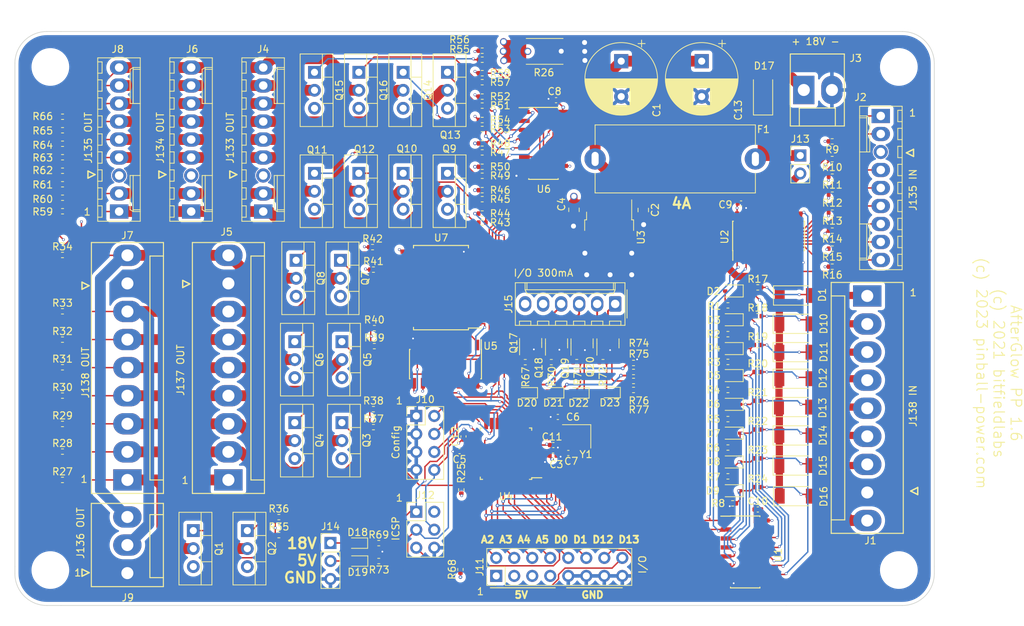
<source format=kicad_pcb>
(kicad_pcb (version 20211014) (generator pcbnew)
  (title_block (title "afterglow 1.3") (company "morbid cornflakes"))
  (layers (0 "F.Cu" signal) (1 "In1.Cu" signal) (2 "In2.Cu" signal) (31 "B.Cu" signal) (34 "B.Paste" user) (35 "F.Paste" user) (36 "B.SilkS" user "B.Silkscreen") (37 "F.SilkS" user "F.Silkscreen") (38 "B.Mask" user) (39 "F.Mask" user) (44 "Edge.Cuts" user))
  (net 0 "")
  (net 1 "/18V")
  (net 2 "GND")
  (net 3 "/RI1")
  (net 4 "/RI2")
  (net 5 "/RI3")
  (net 6 "/RI4")
  (net 7 "/RI5")
  (net 8 "/RI6")
  (net 9 "/RI7")
  (net 10 "/RI8")
  (net 11 "/J137_CO1")
  (net 12 "/J137_CO2")
  (net 13 "/J137_CO3")
  (net 14 "/J137_CO4")
  (net 15 "/J137_CO5")
  (net 16 "/J137_CO6")
  (net 17 "/J137_CO7")
  (net 18 "/J137_CO8")
  (net 19 "/J133_RO1")
  (net 20 "/J133_RO2")
  (net 21 "/J133_RO3")
  (net 22 "/J133_RO4")
  (net 23 "/J133_RO5")
  (net 24 "/J133_RO6")
  (net 25 "/J133_RO7")
  (net 26 "/J133_RO8")
  (net 27 "/RO1")
  (net 28 "/RO2")
  (net 29 "/RO3")
  (net 30 "/RO4")
  (net 31 "/RO5")
  (net 32 "/RO6")
  (net 33 "/RO7")
  (net 34 "/RO8")
  (net 35 "/CI1")
  (net 36 "/CI2")
  (net 37 "/CI3")
  (net 38 "/CI4")
  (net 39 "/CI5")
  (net 40 "/CI6")
  (net 41 "/CI7")
  (net 42 "/CI8")
  (net 43 "/CO1")
  (net 44 "/CO2")
  (net 45 "/CO3")
  (net 46 "/CO4")
  (net 47 "/CO5")
  (net 48 "/CO6")
  (net 49 "/CO7")
  (net 50 "/CO8")
  (net 51 "/IN_LOAD")
  (net 52 "/IN_DATA")
  (net 53 "/IN_CLK")
  (net 54 "Net-(U1-Pad10)")
  (net 55 "/OUT_DATA")
  (net 56 "/OUT_CLK")
  (net 57 "/OUT_LOAD")
  (net 58 "Net-(U5-Pad9)")
  (net 59 "Net-(Q9-Pad1)")
  (net 60 "Net-(Q10-Pad1)")
  (net 61 "Net-(Q11-Pad1)")
  (net 62 "Net-(Q12-Pad1)")
  (net 63 "Net-(Q13-Pad1)")
  (net 64 "Net-(Q14-Pad1)")
  (net 65 "Net-(Q15-Pad1)")
  (net 66 "Net-(Q16-Pad1)")
  (net 67 "Net-(U5-Pad1)")
  (net 68 "Net-(U5-Pad2)")
  (net 69 "Net-(U5-Pad3)")
  (net 70 "Net-(U5-Pad4)")
  (net 71 "Net-(U5-Pad5)")
  (net 72 "Net-(U5-Pad6)")
  (net 73 "Net-(U5-Pad7)")
  (net 74 "Net-(U5-Pad15)")
  (net 75 "/5V")
  (net 76 "/atmega/A2")
  (net 77 "/atmega/A3")
  (net 78 "/atmega/A4")
  (net 79 "/atmega/A5")
  (net 80 "/SUP_GND")
  (net 84 "/18VIN")
  (net 85 "Net-(D1-Pad2)")
  (net 86 "Net-(D10-Pad2)")
  (net 87 "Net-(D11-Pad2)")
  (net 88 "Net-(D12-Pad2)")
  (net 89 "Net-(D13-Pad2)")
  (net 90 "Net-(D14-Pad2)")
  (net 91 "Net-(D15-Pad2)")
  (net 92 "Net-(D16-Pad2)")
  (net 93 "Net-(D17-Pad1)")
  (net 94 "Net-(D17-Pad2)")
  (net 95 "/atmega/D8")
  (net 96 "/atmega/D9")
  (net 97 "/atmega/D10")
  (net 98 "/atmega/D11")
  (net 99 "/atmega/D12")
  (net 100 "/atmega/D13")
  (net 103 "Net-(Q17-Pad1)")
  (net 104 "/atmega/D0")
  (net 105 "/atmega/D1")
  (net 107 "/atmega/A1")
  (net 108 "/atmega/RESET")
  (net 109 "Net-(D18-Pad1)")
  (net 110 "Net-(C5-Pad1)")
  (net 111 "Net-(C6-Pad1)")
  (net 112 "Net-(C7-Pad1)")
  (net 115 "Net-(J15-Pad4)")
  (net 117 "+5V")
  (net 118 "Net-(J15-Pad1)")
  (net 119 "Net-(J15-Pad2)")
  (net 120 "Net-(J15-Pad3)")
  (net 121 "Net-(Q18-Pad1)")
  (net 122 "Net-(Q19-Pad1)")
  (net 123 "Net-(Q20-Pad1)")
  (net 124 "Net-(D19-Pad1)")
  (net 125 "Net-(D20-Pad1)")
  (net 126 "Net-(D21-Pad1)")
  (net 127 "Net-(D22-Pad1)")
  (net 128 "Net-(D23-Pad1)")
  (footprint "Resistor_SMD:R_0402_1005Metric" (layer "F.Cu") (at 138.25 65.5 180)
    (fp_text reference "R9")
    (fp_text value "1k")
  )
  (footprint "Resistor_SMD:R_0402_1005Metric" (layer "F.Cu") (at 138.25 68 180)
    (fp_text reference "R10")
    (fp_text value "1k")
  )
  (footprint "Resistor_SMD:R_0402_1005Metric" (layer "F.Cu") (at 138.265 70.485 180)
    (fp_text reference "R11")
    (fp_text value "1k")
  )
  (footprint "Resistor_SMD:R_0402_1005Metric" (layer "F.Cu") (at 138.265 73.025 180)
    (fp_text reference "R12")
    (fp_text value "1k")
  )
  (footprint "Resistor_SMD:R_0402_1005Metric" (layer "F.Cu") (at 138.265 75.565 180)
    (fp_text reference "R13")
    (fp_text value "1k")
  )
  (footprint "Resistor_SMD:R_0402_1005Metric" (layer "F.Cu") (at 138.265 78.105 180)
    (fp_text reference "R14")
    (fp_text value "1k")
  )
  (footprint "Resistor_SMD:R_0402_1005Metric" (layer "F.Cu") (at 138.265 80.645 180)
    (fp_text reference "R15")
    (fp_text value "1k")
  )
  (footprint "Resistor_SMD:R_0402_1005Metric" (layer "F.Cu") (at 138.265 83.185 180)
    (fp_text reference "R16")
    (fp_text value "1k")
  )
  (footprint "Resistor_SMD:R_0402_1005Metric" (layer "F.Cu") (at 29.709 109.284)
    (fp_text reference "R28")
    (fp_text value "10k")
  )
  (footprint "Connectors_Molex:Molex_KK-6410-09_09x2.54mm_Straight" (layer "F.Cu") (at 145.1 61.915 -90)
    (fp_text reference "J2")
    (fp_text value "J133_IN_R")
  )
  (footprint "Connectors_Molex:Molex_KK-6410-09_09x2.54mm_Straight" (layer "F.Cu") (at 47.86 75.4 90)
    (fp_text reference "J6")
    (fp_text value "J134_OUT_R")
  )
  (footprint "Connectors_Molex:Molex_KK-6410-09_09x2.54mm_Straight" (layer "F.Cu") (at 37.7 75.4 90)
    (fp_text reference "J8")
    (fp_text value "J135_OUT_R")
  )
  (footprint "Connectors_Molex:Molex_KK-41791-03_03x3.96mm_Straight" (layer "F.Cu") (at 38.859 126.434 90)
    (fp_text reference "J9")
    (fp_text value "136_OUT_C")
  )
  (footprint "TO_SOT_Packages_THT:TO-220_Vertical" (layer "F.Cu") (at 77.75 70 -90)
    (fp_text reference "Q10")
    (fp_text value "IRLU024NPBF")
  )
  (footprint "TO_SOT_Packages_THT:TO-220_Vertical" (layer "F.Cu") (at 65.25 70 -90)
    (fp_text reference "Q11")
    (fp_text value "IRLU024NPBF")
  )
  (footprint "TO_SOT_Packages_THT:TO-220_Vertical" (layer "F.Cu") (at 71.5 70 -90)
    (fp_text reference "Q12")
    (fp_text value "IRLU024NPBF")
  )
  (footprint "TO_SOT_Packages_THT:TO-220_Vertical" (layer "F.Cu") (at 84 55.75 -90)
    (fp_text reference "Q13")
    (fp_text value "IRLU024NPBF")
  )
  (footprint "TO_SOT_Packages_THT:TO-220_Vertical" (layer "F.Cu") (at 77.75 55.75 -90)
    (fp_text reference "Q14")
    (fp_text value "IRLU024NPBF")
  )
  (footprint "TO_SOT_Packages_THT:TO-220_Vertical" (layer "F.Cu") (at 65.25 55.75 -90)
    (fp_text reference "Q15")
    (fp_text value "IRLU024NPBF")
  )
  (footprint "TO_SOT_Packages_THT:TO-220_Vertical" (layer "F.Cu") (at 71.5 55.75 -90)
    (fp_text reference "Q16")
    (fp_text value "IRLU024NPBF")
  )
  (footprint "Housings_SOIC:SOIC-16_3.9x9.9mm_Pitch1.27mm" (layer "F.Cu") (at 125.984 123.444)
    (fp_text reference "U1")
    (fp_text value "74LS165")
  )
  (footprint "Housings_SOIC:SOIC-16_3.9x9.9mm_Pitch1.27mm" (layer "F.Cu") (at 129.286 78.8416 90)
    (fp_text reference "U2")
    (fp_text value "74LS165")
  )
  (footprint "Housings_SOIC:SOIC-16_3.9x9.9mm_Pitch1.27mm" (layer "F.Cu") (at 97.536 65.786)
    (fp_text reference "U6")
    (fp_text value "74HC595")
  )
  (footprint "Capacitor_THT:CP_Radial_D10.0mm_P5.00mm" (layer "F.Cu") (at 108.5 54.182323 -90)
    (fp_text reference "C1")
    (fp_text value "1000uF")
  )
  (footprint "Capacitor_SMD:C_0805_2012Metric" (layer "F.Cu") (at 101.84 75.16 -90)
    (fp_text reference "C4")
    (fp_text value "330n")
  )
  (footprint "Connectors_Molex:Molex_KK-6410-09_09x2.54mm_Straight" (layer "F.Cu") (at 58.02 75.4 90)
    (fp_text reference "J4")
    (fp_text value "J133_OUT_R")
  )
  (footprint "TO_SOT_Packages_THT:TO-220_Vertical" (layer "F.Cu") (at 69.114 105.194 -90)
    (fp_text reference "Q3")
    (fp_text value "IRFU9024NPBF")
  )
  (footprint "TO_SOT_Packages_THT:TO-220_Vertical" (layer "F.Cu") (at 62.469 105.194 -90)
    (fp_text reference "Q4")
    (fp_text value "IRFU9024NPBF")
  )
  (footprint "TO_SOT_Packages_THT:TO-220_Vertical" (layer "F.Cu") (at 62.469 93.764 -90)
    (fp_text reference "Q6")
    (fp_text value "IRFU9024NPBF")
  )
  (footprint "TO_SOT_Packages_THT:TO-220_Vertical" (layer "F.Cu") (at 68.909 82.284 -90)
    (fp_text reference "Q7")
    (fp_text value "IRFU9024NPBF")
  )
  (footprint "TO_SOT_Packages_THT:TO-220_Vertical" (layer "F.Cu") (at 62.659 82.284 -90)
    (fp_text reference "Q8")
    (fp_text value "IRFU9024NPBF")
  )
  (footprint "Resistor_SMD:R_0402_1005Metric" (layer "F.Cu") (at 29.709 101.384)
    (fp_text reference "R30")
    (fp_text value "10k")
  )
  (footprint "Resistor_SMD:R_0402_1005Metric" (layer "F.Cu") (at 29.709 93.484)
    (fp_text reference "R32")
    (fp_text value "10k")
  )
  (footprint "Resistor_SMD:R_0402_1005Metric" (layer "F.Cu") (at 29.709 89.484)
    (fp_text reference "R33")
    (fp_text value "10k")
  )
  (footprint "Resistor_SMD:R_0402_1005Metric" (layer "F.Cu") (at 29.709 81.534)
    (fp_text reference "R34")
    (fp_text value "10k")
  )
  (footprint "Resistor_SMD:R_0402_1005Metric" (layer "F.Cu") (at 29.72 75.365 180)
    (fp_text reference "R59")
    (fp_text value "10k")
  )
  (footprint "Resistor_SMD:R_0402_1005Metric" (layer "F.Cu") (at 29.72 71.555 180)
    (fp_text reference "R61")
    (fp_text value "10k")
  )
  (footprint "Resistor_SMD:R_0402_1005Metric" (layer "F.Cu") (at 29.72 67.745 180)
    (fp_text reference "R63")
    (fp_text value "10k")
  )
  (footprint "Resistor_SMD:R_0402_1005Metric" (layer "F.Cu") (at 29.72 65.84 180)
    (fp_text reference "R64")
    (fp_text value "10k")
  )
  (footprint "Resistor_SMD:R_0402_1005Metric" (layer "F.Cu") (at 29.72 63.935 180)
    (fp_text reference "R65")
    (fp_text value "10k")
  )
  (footprint "Resistor_SMD:R_0402_1005Metric" (layer "F.Cu") (at 29.72 62.03 180)
    (fp_text reference "R66")
    (fp_text value "10k")
  )
  (footprint "Connectors_Molex:Molex_KK-41791-9_9x3.96mm_Straight" (layer "F.Cu") (at 143.195 87.315 -90)
    (fp_text reference "J1")
    (fp_text value "J137_IN_C")
  )
  (footprint "Connectors_Molex:Molex_KK-41791-9_9x3.96mm_Straight" (layer "F.Cu") (at 53.109 113.284 90)
    (fp_text reference "J5")
    (fp_text value "J137_OUT_C")
  )
  (footprint "Connectors_Molex:Molex_KK-41791-9_9x3.96mm_Straight" (layer "F.Cu") (at 38.869 113.284 90)
    (fp_text reference "J7")
    (fp_text value "J138_OUT_C")
  )
  (footprint "TO_SOT_Packages_THT:TO-220_Vertical" (layer "F.Cu") (at 55.779 120.434 -90)
    (fp_text reference "Q2")
    (fp_text value "IRFU9024NPBF")
  )
  (footprint "Resistor_SMD:R_0402_1005Metric" (layer "F.Cu") (at 29.72 69.65 180)
    (fp_text reference "R62")
    (fp_text value "10k")
  )
  (footprint "Resistor_SMD:R_0402_1005Metric" (layer "F.Cu") (at 29.709 113.284)
    (fp_text reference "R27")
    (fp_text value "10k")
  )
  (footprint "Resistor_SMD:R_0402_1005Metric" (layer "F.Cu") (at 29.709 105.384)
    (fp_text reference "R29")
    (fp_text value "10k")
  )
  (footprint "Resistor_SMD:R_0402_1005Metric" (layer "F.Cu") (at 29.709 97.384)
    (fp_text reference "R31")
    (fp_text value "10k")
  )
  (footprint "Diode_SMD:D_SOD-128" (layer "F.Cu") (at 133 91.25)
    (fp_text reference "D10")
    (fp_text value "RB080")
  )
  (footprint "Diode_SMD:D_SOD-128" (layer "F.Cu") (at 128.5 58.7 90)
    (fp_text reference "D17")
    (fp_text value "RB080")
  )
  (footprint "Diode_SMD:D_SOD-128" (layer "F.Cu") (at 133 107)
    (fp_text reference "D14")
    (fp_text value "RB080")
  )
  (footprint "Diode_SMD:D_SOD-128" (layer "F.Cu") (at 132.95 103)
    (fp_text reference "D13")
    (fp_text value "RB080")
  )
  (footprint "Diode_SMD:D_SOD-128" (layer "F.Cu") (at 133.05 87.25)
    (fp_text reference "D1")
    (fp_text value "RB080")
  )
  (footprint "Diode_SMD:D_SOD-128" (layer "F.Cu") (at 133 95.25)
    (fp_text reference "D11")
    (fp_text value "RB080")
  )
  (footprint "Diode_SMD:D_SOD-128" (layer "F.Cu") (at 133 99)
    (fp_text reference "D12")
    (fp_text value "RB080")
  )
  (footprint "Connectors_Molex:Molex_KK-41791-02_02x3.96mm_Straight" (layer "F.Cu") (at 134.25 58.25)
    (fp_text reference "J3")
    (fp_text value "Conn_Power")
  )
  (footprint "TO_SOT_Packages_THT:TO-220_Vertical" (layer "F.Cu") (at 84 70 -90)
    (fp_text reference "Q9")
    (fp_text value "IRLU024NPBF")
  )
  (footprint "Package_TO_SOT_SMD:TO-252-2" (layer "F.Cu") (at 106.8 79.05 -90)
    (fp_text reference "U3")
    (fp_text value "MC7805BDTG")
  )
  (footprint "Resistors_SMD:R_2512_HandSoldering" (layer "F.Cu") (at 97.7 52.8 180)
    (fp_text reference "R26")
    (fp_text value "0.22")
  )
  (footprint "Capacitor_SMD:C_0805_2012Metric" (layer "F.Cu") (at 111.61 75.19 -90)
    (fp_text reference "C2")
    (fp_text value "330n/25V")
  )
  (footprint "Diode_SMD:D_SOD-128" (layer "F.Cu") (at 133 111.25)
    (fp_text reference "D15")
    (fp_text value "RB080")
  )
  (footprint "Diode_SMD:D_SOD-128" (layer "F.Cu") (at 133.05 115.57)
    (fp_text reference "D16")
    (fp_text value "RB080")
  )
  (footprint "Resistor_SMD:R_0402_1005Metric" (layer "F.Cu") (at 88.9 55.88)
    (fp_text reference "R58")
    (fp_text value "10k")
  )
  (footprint "Housings_SOIC:SOIC-18W_7.5x11.6mm_Pitch1.27mm" (layer "F.Cu") (at 83.084 86.144 180)
    (fp_text reference "U7")
    (fp_text value "ULN2803A")
  )
  (footprint "Housings_SOIC:SOIC-16_3.9x9.9mm_Pitch1.27mm" (layer "F.Cu") (at 83.719 96.939 -90)
    (fp_text reference "U5")
    (fp_text value "74HC595")
  )
  (footprint "TO_SOT_Packages_THT:TO-220_Vertical" (layer "F.Cu") (at 48.159 120.434 -90)
    (fp_text reference "Q1")
    (fp_text value "IRFU9024NPBF")
  )
  (footprint "Resistor_SMD:R_0402_1005Metric" (layer "F.Cu") (at 60.224 118.529)
    (fp_text reference "R36")
    (fp_text value "2k")
  )
  (footprint "Resistor_SMD:R_0402_1005Metric" (layer "F.Cu") (at 73.559 105.829)
    (fp_text reference "R37")
    (fp_text value "2k")
  )
  (footprint "TO_SOT_Packages_THT:TO-220_Vertical" (layer "F.Cu") (at 69.114 93.764 -90)
    (fp_text reference "Q5")
    (fp_text value "IRFU9024NPBF")
  )
  (footprint "Resistor_SMD:R_0402_1005Metric" (layer "F.Cu") (at 29.72 73.46 180)
    (fp_text reference "R60")
    (fp_text value "10k")
  )
  (footprint "Package_TO_SOT_SMD:SOT-23" (layer "F.Cu") (at 99.38 94.01 90)
    (fp_text reference "Q18")
    (fp_text value "2N7002K")
  )
  (footprint "Resistor_SMD:R_0402_1005Metric" (layer "F.Cu") (at 88.9 75.692)
    (fp_text reference "R44")
    (fp_text value "10k")
  )
  (footprint "Resistor_SMD:R_0402_1005Metric" (layer "F.Cu") (at 73.559 103.289)
    (fp_text reference "R38")
    (fp_text value "2k")
  )
  (footprint "Connector_PinHeader_2.54mm:PinHeader_2x04_P2.54mm_Vertical" (layer "F.Cu") (at 79.5986 104.2516)
    (fp_text reference "J10")
    (fp_text value "Config")
  )
  (footprint "LED_SMD:LED_0603_1608Metric" (layer "F.Cu") (at 106.8875 100.95 180)
    (fp_text reference "D23")
    (fp_text value "LED")
  )
  (footprint "Diode_SMD:D_SOD-323" (layer "F.Cu") (at 124.206 86.614 180)
    (fp_text reference "D2")
    (fp_text value "4.7V")
  )
  (footprint "Resistor_SMD:R_0402_1005Metric" (layer "F.Cu") (at 88.9 70.358)
    (fp_text reference "R49")
    (fp_text value "220")
  )
  (footprint "Resistor_SMD:R_0402_1005Metric" (layer "F.Cu") (at 123.5456 104.6988 180)
    (fp_text reference "R5")
    (fp_text value "1k")
  )
  (footprint "Resistor_SMD:R_0402_1005Metric" (layer "F.Cu") (at 123.5476 96.6216 180)
    (fp_text reference "R3")
    (fp_text value "1k")
  )
  (footprint "Resistor_SMD:R_0402_1005Metric" (layer "F.Cu") (at 85.9536 114.6556 90)
    (fp_text reference "R25")
    (fp_text value "10k")
  )
  (footprint "Resistor_SMD:R_0402_1005Metric" (layer "F.Cu") (at 124.208 116.586 180)
    (fp_text reference "R8")
    (fp_text value "1k")
  )
  (footprint "MountingHole:MountingHole_4.3mm_M4" (layer "F.Cu") (at 147.65 126)
    (fp_text reference "H4" hide)
    (fp_text value "MountingHole")
  )
  (footprint "Resistor_SMD:R_0402_1005Metric" (layer "F.Cu") (at 127.762 102.108)
    (fp_text reference "R21")
    (fp_text value "1k")
  )
  (footprint "Package_TO_SOT_SMD:SOT-23" (layer "F.Cu") (at 106.63 94.01 90)
    (fp_text reference "Q20")
    (fp_text value "2N7002K")
  )
  (footprint "Connector_Molex:Molex_KK-254_AE-6410-06A_1x06_P2.54mm_Vertical" (layer "F.Cu") (at 107.65 88.44 180)
    (fp_text reference "J15")
    (fp_text value "I/O 300mA")
  )
  (footprint "Resistor_SMD:R_0402_1005Metric" (layer "F.Cu") (at 127.762 90.17)
    (fp_text reference "R18")
    (fp_text value "1k")
  )
  (footprint "MountingHole:MountingHole_4.3mm_M4" (layer "F.Cu") (at 28 55)
    (fp_text reference "H1" hide)
    (fp_text value "MountingHole")
  )
  (footprint "Resistor_SMD:R_0402_1005Metric" (layer "F.Cu") (at 88.9 52.705)
    (fp_text reference "R56")
    (fp_text value "10k")
  )
  (footprint "Resistor_SMD:R_0402_1005Metric" (layer "F.Cu") (at 74.31 124.73)
    (fp_text reference "R73")
    (fp_text value "390")
  )
  (footprint "Resistor_SMD:R_0402_1005Metric" (layer "F.Cu") (at 110.234 98.044)
    (fp_text reference "R75")
    (fp_text value "390")
  )
  (footprint "Resistor_SMD:R_0402_1005Metric" (layer "F.Cu") (at 123.5456 112.776 180)
    (fp_text reference "R7")
    (fp_text value "1k")
  )
  (footprint "Diode_SMD:D_SOD-323" (layer "F.Cu") (at 124.206 94.742 180)
    (fp_text reference "D4")
    (fp_text value "4.7V")
  )
  (footprint "Resistor_SMD:R_0402_1005Metric" (layer "F.Cu") (at 88.9 76.962)
    (fp_text reference "R43")
    (fp_text value "220")
  )
  (footprint "Capacitor_SMD:C_0402_1005Metric" (layer "F.Cu") (at 101.0412 109.474 180)
    (fp_text reference "C7")
    (fp_text value "22p")
  )
  (footprint "Resistor_SMD:R_0402_1005Metric" (layer "F.Cu") (at 127.76 98.044)
    (fp_text reference "R20")
    (fp_text value "1k")
  )
  (footprint "Resistor_SMD:R_0402_1005Metric" (layer "F.Cu") (at 88.898 57.15)
    (fp_text reference "R57")
    (fp_text value "220")
  )
  (footprint "Resistor_SMD:R_0402_1005Metric" (layer "F.Cu") (at 73.684 94.399)
    (fp_text reference "R39")
    (fp_text value "2k")
  )
  (footprint "Resistor_SMD:R_0402_1005Metric" (layer "F.Cu") (at 88.9 67.056)
    (fp_text reference "R47")
    (fp_text value "220")
  )
  (footprint "Resistor_SMD:R_0402_1005Metric" (layer "F.Cu") (at 110.238 100.584)
    (fp_text reference "R77")
    (fp_text value "390")
  )
  (footprint "Resistor_SMD:R_0402_1005Metric" (layer "F.Cu") (at 102.23 96.66 180)
    (fp_text reference "R71")
    (fp_text value "100R")
  )
  (footprint "LED_SMD:LED_0603_1608Metric" (layer "F.Cu") (at 98.93 100.98 180)
    (fp_text reference "D21")
    (fp_text value "LED")
  )
  (footprint "Resistor_SMD:R_0402_1005Metric" (layer "F.Cu") (at 73.684 91.859)
    (fp_text reference "R40")
    (fp_text value "2k")
  )
  (footprint "Resistor_SMD:R_0402_1005Metric" (layer "F.Cu") (at 127.76 86.106)
    (fp_text reference "R17")
    (fp_text value "1k")
  )
  (footprint "Resistor_SMD:R_0402_1005Metric" (layer "F.Cu") (at 88.898 60.452)
    (fp_text reference "R51")
    (fp_text value "220")
  )
  (footprint "Resistor_SMD:R_0402_1005Metric" (layer "F.Cu") (at 88.9 72.39)
    (fp_text reference "R46")
    (fp_text value "10k")
  )
  (footprint "Resistor_SMD:R_0402_1005Metric" (layer "F.Cu") (at 123.5456 88.646 180)
    (fp_text reference "R1")
    (fp_text value "1k")
  )
  (footprint "Connector_PinHeader_2.54mm:PinHeader_2x08_P2.54mm_Vertical" (layer "F.Cu") (at 90.875 126.825 90)
    (fp_text reference "J11")
    (fp_text value "I/O")
  )
  (footprint "Resistor_SMD:R_0402_1005Metric" (layer "F.Cu") (at 110.238 99.314)
    (fp_text reference "R76")
    (fp_text value "390")
  )
  (footprint "Crystal:Crystal_SMD_3225-4Pin_3.2x2.5mm" (layer "F.Cu") (at 102.2096 107.1372 180)
    (fp_text reference "Y1")
    (fp_text value "Crystal_GND24_Small")
  )
  (footprint "Resistor_SMD:R_0402_1005Metric" (layer "F.Cu") (at 88.898 69.088)
    (fp_text reference "R50")
    (fp_text value "10k")
  )
  (footprint "Resistor_SMD:R_0402_1005Metric" (layer "F.Cu") (at 94.97 96.66 180)
    (fp_text reference "R67")
    (fp_text value "100R")
  )
  (footprint "Capacitor_SMD:C_0402_1005Metric" (layer "F.Cu") (at 98.9 109.85)
    (fp_text reference "C3")
    (fp_text value "100n")
  )
  (footprint "Resistor_SMD:R_0402_1005Metric" (layer "F.Cu") (at 127.76 114.3)
    (fp_text reference "R24")
    (fp_text value "1k")
  )
  (footprint "Fuse:Fuseholder_Cylinder-5x20mm_Stelvio-Kontek_PTF78_Horizontal_Open" (layer "F.Cu") (at 127.42 67.98 180)
    (fp_text reference "F1")
    (fp_text value "4A")
  )
  (footprint "Capacitor_SMD:C_0402_1005Metric" (layer "F.Cu") (at 98.9356 108.3564)
    (fp_text reference "C11")
    (fp_text value "100n")
  )
  (footprint "Resistor_SMD:R_0402_1005Metric" (layer "F.Cu") (at 110.236 96.774)
    (fp_text reference "R74")
    (fp_text value "390")
  )
  (footprint "Diode_SMD:D_SOD-323" (layer "F.Cu") (at 124.206 102.616 180)
    (fp_text reference "D6")
    (fp_text value "4.7V")
  )
  (footprint "Resistor_SMD:R_0402_1005Metric" (layer "F.Cu") (at 98.64 96.66 180)
    (fp_text reference "R70")
    (fp_text value "100R")
  )
  (footprint "MountingHole:MountingHole_4.3mm_M4" (layer "F.Cu") (at 28 126)
    (fp_text reference "H2" hide)
    (fp_text value "MountingHole")
  )
  (footprint "Package_QFP:TQFP-32_7x7mm_P0.8mm" (layer "F.Cu") (at 92.2528 109.5756 180)
    (fp_text reference "U4")
    (fp_text value "ATmega328-A")
  )
  (footprint "LED_SMD:LED_0603_1608Metric" (layer "F.Cu") (at 95.22 100.98 180)
    (fp_text reference "D20")
    (fp_text value "LED")
  )
  (footprint "Capacitor_SMD:C_0402_1005Metric" (layer "F.Cu") (at 86.2584 107.1372 90)
    (fp_text reference "C12")
    (fp_text value "100n")
  )
  (footprint "Resistor_SMD:R_0402_1005Metric" (layer "F.Cu") (at 127.762 94.234)
    (fp_text reference "R19")
    (fp_text value "1k")
  )
  (footprint "Connector_PinHeader_2.54mm:PinHeader_2x03_P2.54mm_Vertical" (layer "F.Cu") (at 79.5986 117.7694)
    (fp_text reference "J12")
    (fp_text value "ICSP")
  )
  (footprint "Capacitor_SMD:C_0402_1005Metric" (layer "F.Cu") (at 99.568 104.394 180)
    (fp_text reference "C6")
    (fp_text value "22p")
  )
  (footprint "Resistor_SMD:R_0402_1005Metric" (layer "F.Cu") (at 105.93 96.66 180)
    (fp_text reference "R72")
    (fp_text value "100R")
  )
  (footprint "LED_SMD:LED_0603_1608Metric" (layer "F.Cu") (at 71.26 122.2 180)
    (fp_text reference "D18")
    (fp_text value "LED")
  )
  (footprint "LED_SMD:LED_0603_1608Metric" (layer "F.Cu") (at 102.49 101.01 180)
    (fp_text reference "D22")
    (fp_text value "LED")
  )
  (footprint "Resistor_SMD:R_0402_1005Metric" (layer "F.Cu") (at 123.5436 92.71 180)
    (fp_text reference "R2")
    (fp_text value "1k")
  )
  (footprint "Resistor_SMD:R_0402_1005Metric" (layer "F.Cu") (at 123.5476 100.584 180)
    (fp_text reference "R4")
    (fp_text value "1k")
  )
  (footprint "Resistor_SMD:R_0402_1005Metric" (layer "F.Cu") (at 60.224 121.069)
    (fp_text reference "R35")
    (fp_text value "2k")
  )
  (footprint "Resistor_SMD:R_0402_1005Metric" (layer "F.Cu") (at 74.31 122.2)
    (fp_text reference "R69")
    (fp_text value "3300")
  )
  (footprint "Resistor_SMD:R_0402_1005Metric" (layer "F.Cu") (at 88.9 65.786)
    (fp_text reference "R48")
    (fp_text value "10k")
  )
  (footprint "Diode_SMD:D_SOD-323" (layer "F.Cu") (at 124.206 114.808 180)
    (fp_text reference "D9")
    (fp_text value "4.7V")
  )
  (footprint "Capacitor_SMD:C_0402_1005Metric" (layer "F.Cu") (at 125.4024 74.2696)
    (fp_text reference "C9")
    (fp_text value "100n")
  )
  (footprint "MountingHole:MountingHole_4.3mm_M4" (layer "F.Cu") (at 147.65 55)
    (fp_text reference "H3" hide)
    (fp_text value "MountingHole")
  )
  (footprint "Resistor_SMD:R_0402_1005Metric" (layer "F.Cu") (at 88.9 59.182)
    (fp_text reference "R52")
    (fp_text value "10k")
  )
  (footprint "Resistor_SMD:R_0402_1005Metric" (layer "F.Cu") (at 73.434 80.429)
    (fp_text reference "R42")
    (fp_text value "2k")
  )
  (footprint "Capacitor_THT:CP_Radial_D10.0mm_P5.00mm" (layer "F.Cu") (at 119.85 54.182323 -90)
    (fp_text reference "C13")
    (fp_text value "1000uF")
  )
  (footprint "Package_TO_SOT_SMD:SOT-23" (layer "F.Cu") (at 95.73 93.96 90)
    (fp_text reference "Q17")
    (fp_text value "2N7002K")
  )
  (footprint "Resistor_SMD:R_0402_1005Metric" (layer "F.Cu") (at 123.5476 108.712 180)
    (fp_text reference "R6")
    (fp_text value "1k")
  )
  (footprint "Resistor_SMD:R_0402_1005Metric" (layer "F.Cu") (at 127.76 110.236)
    (fp_text reference "R23")
    (fp_text value "1k")
  )
  (footprint "Connector_PinHeader_2.54mm:PinHeader_1x03_P2.54mm_Vertical" (layer "F.Cu") (at 67.5 122.18)
    (fp_text reference "J14")
    (fp_text value "Conn_01x03_Male")
  )
  (footprint "Capacitor_SMD:C_0402_1005Metric" (layer "F.Cu") (at 85.6996 109.22 180)
    (fp_text reference "C5")
    (fp_text value "100n")
  )
  (footprint "Capacitor_SMD:C_0402_1005Metric" (layer "F.Cu") (at 99.314 59.69 180)
    (fp_text reference "C8")
    (fp_text value "100n")
  )
  (footprint "Connector_PinHeader_2.54mm:PinHeader_1x02_P2.54mm_Vertical" (layer "F.Cu") (at 133.75 67.5)
    (fp_text reference "J13")
    (fp_text value "Conn_01x02_Male")
  )
  (footprint "Resistor_SMD:R_0402_1005Metric" (layer "F.Cu") (at 85.83 125.91 90)
    (fp_text reference "R68")
    (fp_text value "100k")
  )
  (footprint "Resistor_SMD:R_0402_1005Metric" (layer "F.Cu") (at 88.9 53.975)
    (fp_text reference "R55")
    (fp_text value "220")
  )
  (footprint "Resistor_SMD:R_0402_1005Metric" (layer "F.Cu") (at 88.898 73.66)
    (fp_text reference "R45")
    (fp_text value "220")
  )
  (footprint "Diode_SMD:D_SOD-323" (layer "F.Cu") (at 124.206 98.552 180)
    (fp_text reference "D5")
    (fp_text value "4.7V")
  )
  (footprint "Package_TO_SOT_SMD:SOT-23" (layer "F.Cu") (at 102.98 94.01 90)
    (fp_text reference "Q19")
    (fp_text value "2N7002K")
  )
  (footprint "LED_SMD:LED_0603_1608Metric" (layer "F.Cu") (at 71.28 124.73 180)
    (fp_text reference "D19")
    (fp_text value "LED")
  )
  (footprint "Resistor_SMD:R_0402_1005Metric" (layer "F.Cu") (at 88.898 63.754)
    (fp_text reference "R53")
    (fp_text value "220")
  )
  (footprint "Diode_SMD:D_SOD-323" (layer "F.Cu") (at 124.206 106.68 180)
    (fp_text reference "D7")
    (fp_text value "4.7V")
  )
  (footprint "Diode_SMD:D_SOD-323" (layer "F.Cu") (at 124.206 110.744 180)
    (fp_text reference "D8")
    (fp_text value "4.7V")
  )
  (footprint "Capacitor_SMD:C_0402_1005Metric" (layer "F.Cu") (at 127.762 117.4496 180)
    (fp_text reference "C10")
    (fp_text value "100n")
  )
  (footprint "Resistor_SMD:R_0402_1005Metric" (layer "F.Cu") (at 73.559 83.604)
    (fp_text reference "R41")
    (fp_text value "2k")
  )
  (footprint "Resistor_SMD:R_0402_1005Metric" (layer "F.Cu") (at 127.76 106.172)
    (fp_text reference "R22")
    (fp_text value "1k")
  )
  (footprint "Resistor_SMD:R_0402_1005Metric" (layer "F.Cu") (at 88.9 62.484)
    (fp_text reference "R54")
    (fp_text value "10k")
  )
  (footprint "Diode_SMD:D_SOD-323" (layer "F.Cu") (at 124.206 90.678 180)
    (fp_text reference "D3")
    (fp_text value "4.7V")
  )
  (gr_line (start 32.462582 85.371208) (end 33.462582 85.871208) (layer "F.SilkS") (width 0.2))
  (gr_line (start 32.462582 86.371208) (end 32.462582 85.371208) (layer "F.SilkS") (width 0.2))
  (gr_line (start 33.462582 85.871208) (end 32.462582 86.371208) (layer "F.SilkS") (width 0.2))
  (gr_line (start 33.303582 70.687208) (end 33.303582 69.687208) (layer "F.SilkS") (width 0.2))
  (gr_line (start 33.303582 69.687208) (end 34.303582 70.187208) (layer "F.SilkS") (width 0.2))
  (gr_line (start 34.303582 70.187208) (end 33.303582 70.687208) (layer "F.SilkS") (width 0.2))
  (gr_line (start 32.462582 125.871208) (end 33.462582 126.371208) (layer "F.SilkS") (width 0.2))
  (gr_line (start 32.462582 126.871208) (end 32.462582 125.871208) (layer "F.SilkS") (width 0.2))
  (gr_line (start 33.462582 126.371208) (end 32.462582 126.871208) (layer "F.SilkS") (width 0.2))
  (gr_line (start 44.303582 70.187208) (end 43.303582 70.687208) (layer "F.SilkS") (width 0.2))
  (gr_line (start 43.303582 69.687208) (end 44.303582 70.187208) (layer "F.SilkS") (width 0.2))
  (gr_line (start 43.303582 70.687208) (end 43.303582 69.687208) (layer "F.SilkS") (width 0.2))
  (gr_line (start 54.303582 70.187208) (end 53.303582 70.687208) (layer "F.SilkS") (width 0.2))
  (gr_line (start 53.303582 70.687208) (end 53.303582 69.687208) (layer "F.SilkS") (width 0.2))
  (gr_line (start 53.303582 69.687208) (end 54.303582 70.187208) (layer "F.SilkS") (width 0.2))
  (gr_line (start 149.72 66.62) (end 149.72 67.62) (layer "F.SilkS") (width 0.2))
  (gr_line (start 149.72 67.62) (end 148.72 67.12) (layer "F.SilkS") (width 0.2))
  (gr_line (start 148.72 67.12) (end 149.72 66.62) (layer "F.SilkS") (width 0.2))
  (gr_line (start 46.662582 86.121208) (end 46.662582 85.121208) (layer "F.SilkS") (width 0.2))
  (gr_line (start 47.662582 85.621208) (end 46.662582 86.121208) (layer "F.SilkS") (width 0.2))
  (gr_line (start 46.662582 85.121208) (end 47.662582 85.621208) (layer "F.SilkS") (width 0.2))
  (gr_line (start 149.315 114.85) (end 150.315 114.35) (layer "F.SilkS") (width 0.2))
  (gr_line (start 150.315 114.35) (end 150.315 115.35) (layer "F.SilkS") (width 0.2))
  (gr_line (start 150.315 115.35) (end 149.315 114.85) (layer "F.SilkS") (width 0.2))
  (gr_line (start 100.8 128.5) (end 108.65 128.5) (layer "F.SilkS") (width 0.15))
  (gr_line (start 90.05 128.5) (end 99.2 128.5) (layer "F.SilkS") (width 0.15))
  (gr_arc (start 152.65 126.5) (mid 151.331981 129.681981) (end 148.15 131) (layer "Edge.Cuts") (width 0.1))
  (gr_line (start 152.65 54.5) (end 152.65 125.5) (layer "Edge.Cuts") (width 0.1))
  (gr_arc (start 148.15 50) (mid 151.331981 51.318019) (end 152.65 54.5) (layer "Edge.Cuts") (width 0.1))
  (gr_line (start 131.75 50) (end 148.15 50) (layer "Edge.Cuts") (width 0.1))
  (gr_line (start 152.65 126.5) (end 152.65 125.5) (layer "Edge.Cuts") (width 0.1))
  (gr_line (start 29.5 50) (end 131.75 50) (layer "Edge.Cuts") (width 0.1))
  (gr_line (start 148.15 131) (end 131.75 131) (layer "Edge.Cuts") (width 0.1))
  (gr_line (start 29.5 131) (end 131.75 131) (layer "Edge.Cuts") (width 0.1))
  (gr_line (start 27.5 131) (end 29.5 131) (layer "Edge.Cuts") (width 0.1))
  (gr_line (start 23 125.5) (end 23 126.5) (layer "Edge.Cuts") (width 0.1))
  (gr_line (start 23 54.5) (end 23 125.5) (layer "Edge.Cuts") (width 0.1))
  (gr_line (start 27.5 50) (end 29.5 50) (layer "Edge.Cuts") (width 0.1))
  (gr_arc (start 23 54.5) (mid 24.318019 51.318019) (end 27.5 50) (layer "Edge.Cuts") (width 0.1))
  (gr_arc (start 27.5 131) (mid 24.318019 129.681981) (end 23 126.5) (layer "Edge.Cuts") (width 0.1))
  (gr_text "v1.5" (at 26.309 82.934 90) (layer "F.Cu") (effects (font (size 1 1) (thickness 0.25))))
  (gr_text "1" (at 32.759 113.184) (layer "F.SilkS") (effects (font (size 1 1))))
  (gr_text "J137 OUT" (at 46.359 97.784 90) (layer "F.SilkS") (effects (font (size 1 1))))
  (gr_text "J136 OUT" (at 32.259 120.784 90) (layer "F.SilkS") (effects (font (size 1 1))))
  (gr_text "J135 OUT" (at 33.35 65 90) (layer "F.SilkS") (effects (font (size 1 1))))
  (gr_text "J134 OUT" (at 43.5 65 90) (layer "F.SilkS") (effects (font (size 1 1))))
  (gr_text "J133 OUT" (at 53.35 65 90) (layer "F.SilkS") (effects (font (size 1 1))))
  (gr_text "1" (at 149.585 61.485) (layer "F.SilkS") (effects (font (size 1 1))))
  (gr_text "1" (at 149.68 86.85) (layer "F.SilkS") (effects (font (size 1 1))))
  (gr_text "J135 IN" (at 149.65 72.35 90) (layer "F.SilkS") (effects (font (size 1 1))))
  (gr_text "J138 IN" (at 149.65 102.85 90) (layer "F.SilkS") (effects (font (size 1 1))))
  (gr_text "1" (at 31.859 126.384) (layer "F.SilkS") (effects (font (size 1 1))))
  (gr_text "1" (at 47.009 113.334) (layer "F.SilkS") (effects (font (size 1 1))))
  (gr_text "18V\n5V\nGND" (at 65.74 124.65) (layer "F.SilkS") (effects (font (size 1.5 1.5) (thickness 0.3)) (justify right)))
  (gr_text "AfterGlow PP 1.6\n(c) 2021 bitfieldlabs\n(c) 2023 pinball-power.com" (at 161.7472 98.2218 270) (layer "F.SilkS") (effects (font (size 1.5 1.5))))
  (gr_text "1" (at 33.2 75.45) (layer "F.SilkS") (effects (font (size 1 1))))
  (gr_text "J138 OUT" (at 32.949 98.134 90) (layer "F.SilkS") (effects (font (size 1 1))))
  (gr_text "1" (at 77.216 102.108) (layer "F.SilkS") (effects (font (size 1 1))))
  (gr_text "5V          GND" (at 99.74 129.51) (layer "F.SilkS") (effects (font (size 1 1) (thickness 0.25))))
  (gr_text "1" (at 77.216 115.824) (layer "F.SilkS") (effects (font (size 1 1))))
  (gr_text "1" (at 88.646 129.032) (layer "F.SilkS") (effects (font (size 1 1))))
  (gr_text "+ 18V -" (at 135.9 51.4) (layer "F.SilkS") (effects (font (size 1 1))))
  (gr_text "4A" (at 116.98 74.26) (layer "F.SilkS") (effects (font (size 1.5 1.5) (thickness 0.3))))
  (gr_text "A2 A3 A4 A5 D0 D1 D12 D13" (at 99.9 121.7) (layer "F.SilkS") (effects (font (size 1 1) (thickness 0.25))))
  (segment (start 73.049 103.289) (end 73.049 105.829) (width 0.2) (layer "F.Cu") (net 1))
  (segment (start 29.21 63.935) (end 29.21 65.84) (width 0.2) (layer "F.Cu") (net 1))
  (segment (start 29.21 69.65) (end 29.21 71.555) (width 0.2) (layer "F.Cu") (net 1))
  (segment (start 29.21 67.745) (end 29.21 69.65) (width 0.2) (layer "F.Cu") (net 1))
  (segment (start 29.21 75.365) (end 29.21 78.74) (width 0.2) (layer "F.Cu") (net 1))
  (segment (start 111.61 74.24) (end 109.69 74.24) (width 1.016) (layer "F.Cu") (net 1))
  (segment (start 67.5 122.18) (end 70.4525 122.18) (width 0.2) (layer "F.Cu") (net 1))
  (segment (start 73.049 83.604) (end 72.5296 83.604) (width 0.2) (layer "F.Cu") (net 1))
  (segment (start 109.69 74.24) (end 109.08 74.85) (width 1.016) (layer "F.Cu") (net 1))
  (segment (start 77.508 81.064) (end 77.216 80.772) (width 0.2) (layer "F.Cu") (net 1))
  (segment (start 72.924 80.429) (end 72.3518 80.429) (width 0.2) (layer "F.Cu") (net 1))
  (segment (start 119.85 54.182323) (end 108.5 54.182323) (width 1.524) (layer "F.Cu") (net 1))
  (segment (start 29.21 65.84) (end 29.21 67.745) (width 0.2) (layer "F.Cu") (net 1))
  (segment (start 72.5296 83.604) (end 72.4408 83.5152) (width 0.2) (layer "F.Cu") (net 1))
  (segment (start 73.174 92.871) (end 73.305 93.002) (width 0.2) (layer "F.Cu") (net 1))
  (segment (start 73.174 92.871) (end 73.174 94.399) (width 0.2) (layer "F.Cu") (net 1))
  (segment (start 29.21 71.555) (end 29.21 73.46) (width 0.2) (layer "F.Cu") (net 1))
  (segment (start 29.21 62.03) (end 29.21 63.935) (width 0.2) (layer "F.Cu") (net 1))
  (segment (start 73.174 91.859) (end 73.174 92.871) (width 0.2) (layer "F.Cu") (net 1))
  (segment (start 104.82 57.862323) (end 108.5 54.182323) (width 1.524) (layer "F.Cu") (net 1))
  (segment (start 104.82 67.98) (end 104.82 57.862323) (width 1.524) (layer "F.Cu") (net 1))
  (segment (start 59.714 118.529) (end 59.714 121.069) (width 0.2) (layer "F.Cu") (net 1))
  (segment (start 29.21 73.46) (end 29.21 75.365) (width 0.2) (layer "F.Cu") (net 1))
  (segment (start 72.3518 80.429) (end 72.2884 80.3656) (width 0.2) (layer "F.Cu") (net 1))
  (segment (start 109.08 74.85) (end 109.08 72.24) (width 1.524) (layer "F.Cu") (net 1))
  (segment (start 29.21 78.74) (end 29.845 79.375) (width 0.2) (layer "F.Cu") (net 1))
  (segment (start 109.08 72.24) (end 104.82 67.98) (width 1.524) (layer "F.Cu") (net 1))
  (via (at 72.2884 80.3656) (size 0.4) (drill 0.25) (layers "F.Cu" "B.Cu") (net 1))
  (via (at 59.714 120.055) (size 0.4) (drill 0.25) (layers "F.Cu" "B.Cu") (net 1))
  (via (at 29.845 79.375) (size 0.4) (drill 0.25) (layers "F.Cu" "B.Cu") (net 1))
  (via (at 72.4408 83.5152) (size 0.4) (drill 0.25) (layers "F.Cu" "B.Cu") (net 1))
  (via (at 73.049 104.434) (size 0.4) (drill 0.25) (layers "F.Cu" "B.Cu") (net 1))
  (via (at 73.305 93.002) (size 0.4) (drill 0.25) (layers "F.Cu" "B.Cu") (net 1))
  (via (at 77.216 80.772) (size 0.4) (drill 0.25) (layers "F.Cu" "B.Cu") (net 1))
  (segment (start 106.8 81.15) (end 109.852 81.15) (width 1.016) (layer "F.Cu") (net 2))
  (segment (start 109.852 81.15) (end 109.982 81.28) (width 1.016) (layer "F.Cu") (net 2))
  (segment (start 111.61 77.2) (end 111.66 77.25) (width 1.016) (layer "F.Cu") (net 2))
  (segment (start 110.748 98.048) (end 110.744 98.044) (width 0.254) (layer "F.Cu") (net 2))
  (segment (start 94.836 70.231) (end 93.853 70.231) (width 0.2) (layer "F.Cu") (net 2))
  (segment (start 96.68 94.8975) (end 96.2175 94.8975) (width 0.254) (layer "F.Cu") (net 2))
  (segment (start 86.2584 106.172) (end 86.3092 106.1212) (width 0.2) (layer "F.Cu") (net 2))
  (segment (start 79.274 94.239) (end 79.274 93.4472) (width 0.2) (layer "F.Cu") (net 2))
  (segment (start 123.698 116.586) (end 123.698 116.8908) (width 0.2) (layer "F.Cu") (net 2))
  (segment (start 101.65 52.8) (end 100.06 52.8) (width 1.016) (layer "F.Cu") (net 2))
  (segment (start 107.58 94.9475) (end 106.9425 94.9475) (width 0.254) (layer "F.Cu") (net 2))
  (segment (start 103.3925 94.9475) (end 103.38 94.96) (width 0.254) (layer "F.Cu") (net 2))
  (segment (start 123.156 88.7664) (end 123.156 90.678) (width 0.2) (layer "F.Cu") (net 2))
  (segment (start 106.9425 94.9475) (end 106.93 94.96) (width 0.254) (layer "F.Cu") (net 2))
  (segment (start 133.731 82.169) (end 134.1628 82.6008) (width 0.2) (layer "F.Cu") (net 2))
  (segment (start 123.156 98.552) (end 123.156 100.4656) (width 0.2) (layer "F.Cu") (net 2))
  (segment (start 100.33 94.9475) (end 99.8175 94.9475) (width 0.254) (layer "F.Cu") (net 2))
  (segment (start 93.853 70.231) (end 93.726 70.358) (width 0.2) (layer "F.Cu") (net 2))
  (segment (start 96.2175 94.8975) (end 96.18 94.86) (width 0.254) (layer "F.Cu") (net 2))
  (segment (start 106.8 81.15) (end 106.8 81.16) (width 1.016) (layer "F.Cu") (net 2))
  (segment (start 85.2196 109.22) (end 84.836 109.22) (width 0.2) (layer "F.Cu") (net 2))
  (segment (start 128.234 120.269) (end 127.282 119.317) (width 0.2) (layer "F.Cu") (net 2))
  (segment (start 106.8 81.15) (end 106.8 84.194) (width 1.016) (layer "F.Cu") (net 2))
  (segment (start 99.568 108.712) (end 99.7992 108.712) (width 0.2) (layer "F.Cu") (net 2))
  (segment (start 123.156 94.742) (end 123.156 96.5032) (width 0.2) (layer "F.Cu") (net 2))
  (segment (start 102.1 52.8) (end 103.38 54.08) (width 1.016) (layer "F.Cu") (net 2))
  (segment (start 123.0376 96.6216) (end 123.0376 98.4336) (width 0.2) (layer "F.Cu") (net 2))
  (segment (start 100.06 52.8) (end 100.04 52.78) (width 1.016) (layer "F.Cu") (net 2))
  (segment (start 102.08 52.8) (end 103.33 51.55) (width 1.016) (layer "F.Cu") (net 2))
  (segment (start 123.156 116.044) (end 123.698 116.586) (width 0.2) (layer "F.Cu") (net 2))
  (segment (start 110.744 98.044) (end 110.744 96.776) (width 0.254) (layer "F.Cu") (net 2))
  (segment (start 106.8 84.194) (end 106.934 84.328) (width 1.016) (layer "F.Cu") (net 2))
  (segment (start 123.284 127.889) (end 124.333 127.889) (width 0.2) (layer "F.Cu") (net 2))
  (segment (start 98.44 59.69) (end 98.25 59.5) (width 0.2) (layer "F.Cu") (net 2))
  (segment (start 106.8 81.16) (end 103.632 84.328) (width 1.016) (layer "F.Cu") (net 2))
  (segment (start 127.282 117.4496) (end 127.282 116.6596) (width 0.2) (layer "F.Cu") (net 2))
  (segment (start 123.698 116.8908) (end 123.7996 116.9924) (width 0.2) (layer "F.Cu") (net 2))
  (segment (start 123.156 108.8304) (end 123.156 110.744) (width 0.2) (layer "F.Cu") (net 2))
  (segment (start 86.2584 106.6572) (end 86.2584 106.172) (width 0.2) (layer "F.Cu") (net 2))
  (segment (start 99.7992 108.712) (end 100.5612 109.474) (width 0.2) (layer "F.Cu") (net 2))
  (segment (start 79.274 93.4472) (end 79.1464 93.3196) (width 0.2) (layer "F.Cu") (net 2))
  (segment (start 98.735084 109.175601) (end 99.4612 108.449485) (width 0.2) (layer "F.Cu") (net 2))
  (segment (start 96.502804 109.175601) (end 98.735084 109.175601) (width 0.2) (layer "F.Cu") (net 2))
  (segment (start 123.156 102.616) (end 123.156 104.5784) (width 0.2) (layer "F.Cu") (net 2))
  (segment (start 85.932914 109.975599) (end 85.2196 109.262285) (width 0.2) (layer "F.Cu") (net 2))
  (segment (start 84.836 109.22) (end 84.7852 109.2708) (width 0.2) (layer "F.Cu") (net 2))
  (segment (start 103.508 81.15) (end 103.378 81.28) (width 1.016) (layer "F.Cu") (net 2))
  (segment (start 110.748 100.584) (end 110.748 99.314) (width 0.254) (layer "F.Cu") (net 2))
  (segment (start 97.724402 110.775598) (end 97.75 110.75) (width 0.2) (layer "F.Cu") (net 2))
  (segment (start 106.8 81.15) (end 103.508 81.15) (width 1.016) (layer "F.Cu") (net 2))
  (segment (start 127.282 119.317) (end 127.282 117.4496) (width 0.2) (layer "F.Cu") (net 2))
  (segment (start 127.282 116.6596) (end 127.3048 116.6368) (width 0.2) (layer "F.Cu") (net 2))
  (segment (start 124.333 127.889) (end 124.3584 127.8636) (width 0.2) (layer "F.Cu") (net 2))
  (segment (start 126.111 74.4982) (end 125.8824 74.2696) (width 0.2) (layer "F.Cu") (net 2))
  (segment (start 74.82 122.2) (end 74.82 124.73) (width 0.2) (layer "F.Cu") (net 2))
  (segment (start 96.502804 110.775598) (end 97.724402 110.775598) (width 0.2) (layer "F.Cu") (net 2))
  (segment (start 87.784 81.064) (end 86.322 81.064) (width 0.2) (layer "F.Cu") (net 2))
  (segment (start 123.156 112.8964) (end 123.156 114.808) (width 0.2) (layer "F.Cu") (net 2))
  (segment (start 123.156 90.678) (end 123.156 92.5876) (width 0.2) (layer "F.Cu") (net 2))
  (segment (start 98.834 59.69) (end 98.44 59.69) (width 0.2) (layer "F.Cu") (net 2))
  (segment (start 110.746 96.774) (end 110.746 96.268) (width 0.254) (layer "F.Cu") (net 2))
  (segment (start 111.61 76.14) (end 111.61 77.2) (width 1.016) (layer "F.Cu") (net 2))
  (segment (start 99.088 104.394) (end 98.552 104.394) (width 0.2) (layer "F.Cu") (net 2))
  (segment (start 99.38 109.85) (end 99.8 109.85) (width 0.254) (layer "F.Cu") (net 2))
  (segment (start 123.156 104.8192) (end 123.156 106.68) (width 0.2) (layer "F.Cu") (net 2))
  (segment (start 110.746 96.268) (end 110.744 96.266) (width 0.254) (layer "F.Cu") (net 2))
  (segment (start 99.8175 94.9475) (end 99.78 94.91) (width 0.254) (layer "F.Cu") (net 2))
  (segment (start 123.156 114.808) (end 123.156 116.044) (width 0.2) (layer "F.Cu") (net 2))
  (segment (start 103.93 94.9475) (end 103.3925 94.9475) (width 0.254) (layer "F.Cu") (net 2))
  (segment (start 106.804 81.15) (end 109.982 84.328) (width 1.016) (layer "F.Cu") (net 2))
  (segment (start 126.111 76.1416) (end 126.111 74.4982) (width 0.2) (layer "F.Cu") (net 2))
  (segment (start 123.156 106.68) (end 123.156 108.5936) (width 0.2) (layer "F.Cu") (net 2))
  (segment (start 101.84 76.11) (end 101.84 77.39) (width 1.016) (layer "F.Cu") (net 2))
  (segment (start 88.002796 109.975599) (end 85.932914 109.975599) (width 0.2) (layer "F.Cu") (net 2))
  (segment (start 86.322 81.064) (end 86.3092 81.0768) (width 0.2) (layer "F.Cu") (net 2))
  (segment (start 101.84 77.39) (end 101.77 77.46) (width 1.016) (layer "F.Cu") (net 2))
  (segment (start 123.156 110.744) (end 123.156 112.6556) (width 0.2) (layer "F.Cu") (net 2))
  (segment (start 106.8 81.15) (end 106.804 81.15) (width 1.016) (layer "F.Cu") (net 2))
  (segment (start 123.156 92.8324) (end 123.156 94.742) (width 0.2) (layer "F.Cu") (net 2))
  (segment (start 99.4612 108.6052) (end 99.568 108.712) (width 0.2) (layer "F.Cu") (net 2))
  (segment (start 99.4612 108.4072) (end 99.4612 108.6052) (width 0.2) (layer "F.Cu") (net 2))
  (segment (start 99.8 109.85) (end 99.95 110) (width 0.254) (layer "F.Cu") (net 2))
  (segment (start 123.156 86.614) (end 123.156 88.5256) (width 0.2) (layer "F.Cu") (net 2))
  (segment (start 110.748 99.314) (end 110.748 98.048) (width 0.254) (layer "F.Cu") (net 2))
  (segment (start 110.744 96.776) (end 110.746 96.774) (width 0.254) (layer "F.Cu") (net 2))
  (segment (start 101.65 52.8) (end 103.35 52.8) (width 1.016) (layer "F.Cu") (net 2))
  (segment (start 123.156 100.7024) (end 123.156 102.616) (width 0.2) (layer "F.Cu") (net 2))
  (via (at 103.632 84.328) (size 1) (drill 0.7) (layers "F.Cu" "B.Cu") (net 2))
  (via (at 101.77 77.46) (size 1) (drill 0.7) (layers "F.Cu" "B.Cu") (net 2))
  (via (at 98.552 104.394) (size 0.4) (drill 0.25) (layers "F.Cu" "B.Cu") (net 2))
  (via (at 123.7996 116.9924) (size 0.4) (drill 0.25) (layers "F.Cu" "B.Cu") (net 2))
  (via (at 111.66 77.25) (size 1) (drill 0.7) (layers "F.Cu" "B.Cu") (net 2))
  (via (at 84.7852 109.2708) (size 0.4) (drill 0.25) (layers "F.Cu" "B.Cu") (net 2))
  (via (at 97.75 110.75) (size 0.4) (drill 0.25) (layers "F.Cu" "B.Cu") (net 2))
  (via (at 74.82 123.4) (size 0.5) (drill 0.25) (layers "F.Cu" "B.Cu") (net 2))
  (via (at 124.3584 127.8636) (size 0.4) (drill 0.25) (layers "F.Cu" "B.Cu") (net 2))
  (via (at 127.3048 116.6368) (size 0.4) (drill 0.25) (layers "F.Cu" "B.Cu") (net 2))
  (via (at 86.3092 106.1212) (size 0.4) (drill 0.25) (layers "F.Cu" "B.Cu") (net 2))
  (via (at 103.38 94.96) (size 0.5) (drill 0.25) (layers "F.Cu" "B.Cu") (net 2))
  (via (at 103.378 81.28) (size 1) (drill 0.7) (layers "F.Cu" "B.Cu") (net 2))
  (via (at 99.78 94.91) (size 0.5) (drill 0.25) (layers "F.Cu" "B.Cu") (net 2))
  (via (at 103.35 52.8) (size 1) (drill 0.7) (layers "F.Cu" "B.Cu") (net 2))
  (via (at 110.744 96.266) (size 0.5) (drill 0.25) (layers "F.Cu" "B.Cu") (net 2))
  (via (at 99.95 110) (size 0.5) (drill 0.25) (layers "F.Cu" "B.Cu") (net 2))
  (via (at 79.1464 93.3196) (size 0.4) (drill 0.25) (layers "F.Cu" "B.Cu") (net 2))
  (via (at 96.18 94.86) (size 0.5) (drill 0.25) (layers "F.Cu" "B.Cu") (net 2))
  (via (at 109.982 81.28) (size 1) (drill 0.7) (layers "F.Cu" "B.Cu") (net 2))
  (via (at 100.04 52.78) (size 1) (drill 0.7) (layers "F.Cu" "B.Cu") (net 2))
  (via (at 98.25 59.5) (size 0.4) (drill 0.25) (layers "F.Cu" "B.Cu") (net 2))
  (via (at 134.1628 82.6008) (size 0.4) (drill 0.25) (layers "F.Cu" "B.Cu") (net 2))
  (via (at 93.726 70.358) (size 0.5) (drill 0.3) (layers "F.Cu" "B.Cu") (net 2))
  (via (at 86.3092 81.0768) (size 0.4) (drill 0.25) (layers "F.Cu" "B.Cu") (net 2))
  (via (at 106.934 84.328) (size 1) (drill 0.7) (layers "F.Cu" "B.Cu") (net 2))
  (via (at 126.111 74.9046) (size 0.4) (drill 0.25) (layers "F.Cu" "B.Cu") (net 2))
  (via (at 99.568 108.712) (size 0.4) (drill 0.25) (layers "F.Cu" "B.Cu") (net 2))
  (via (at 103.38 54.08) (size 1) (drill 0.7) (layers "F.Cu" "B.Cu") (net 2))
  (via (at 109.982 84.328) (size 1) (drill 0.7) (layers "F.Cu" "B.Cu") (net 2))
  (via (at 106.93 94.96) (size 0.5) (drill 0.25) (layers "F.Cu" "B.Cu") (net 2))
  (via (at 103.33 51.55) (size 1) (drill 0.7) (layers "F.Cu" "B.Cu") (net 2))
  (segment (start 136.428814 72.074536) (end 136.428814 68.763666) (width 0.2) (layer "F.Cu") (net 3))
  (segment (start 135.50664 76.631289) (end 135.50664 72.99671) (width 0.2) (layer "F.Cu") (net 3))
  (segment (start 131.8768 77.744969) (end 134.39296 77.744969) (width 0.2) (layer "F.Cu") (net 3))
  (segment (start 137.12048 67.34952) (end 138.76 65.71) (width 0.2) (layer "F.Cu") (net 3))
  (segment (start 135.50664 72.99671) (end 136.428814 72.074536) (width 0.2) (layer "F.Cu") (net 3))
  (segment (start 137.12048 68.072) (end 137.12048 67.34952) (width 0.2) (layer "F.Cu") (net 3))
  (segment (start 142.345 61.915) (end 145.1 61.915) (width 0.2) (layer "F.Cu") (net 3))
  (segment (start 131.191 76.1416) (end 131.191 77.059169) (width 0.2) (layer "F.Cu") (net 3))
  (segment (start 131.191 77.059169) (end 131.8768 77.744969) (width 0.2) (layer "F.Cu") (net 3))
  (segment (start 136.428814 68.763666) (end 137.12048 68.072) (width 0.2) (layer "F.Cu") (net 3))
  (segment (start 134.39296 77.744969) (end 135.50664 76.631289) (width 0.2) (layer "F.Cu") (net 3))
  (segment (start 138.76 65.5) (end 142.345 61.915) (width 0.2) (layer "F.Cu") (net 3))
  (segment (start 134.579158 78.194489) (end 135.95616 76.817487) (width 0.2) (layer "F.Cu") (net 4))
  (segment (start 142.305 64.455) (end 145.1 64.455) (width 0.2) (layer "F.Cu") (net 4))
  (segment (start 138.76 68) (end 142.305 64.455) (width 0.2) (layer "F.Cu") (net 4))
  (segment (start 130.4544 78.194489) (end 134.579158 78.194489) (width 0.2) (layer "F.Cu") (net 4))
  (segment (start 136.878334 70.182466) (end 138.76 68.3008) (width 0.2) (layer "F.Cu") (net 4))
  (segment (start 129.921 76.1416) (end 129.921 77.661089) (width 0.2) (layer "F.Cu") (net 4))
  (segment (start 136.878334 72.260734) (end 136.878334 70.182466) (width 0.2) (layer "F.Cu") (net 4))
  (segment (start 138.76 68.3008) (end 138.76 68) (width 0.2) (layer "F.Cu") (net 4))
  (segment (start 135.95616 73.182908) (end 136.878334 72.260734) (width 0.2) (layer "F.Cu") (net 4))
  (segment (start 129.921 77.661089) (end 130.4544 78.194489) (width 0.2) (layer "F.Cu") (net 4))
  (segment (start 135.95616 76.817487) (end 135.95616 73.182908) (width 0.2) (layer "F.Cu") (net 4))
  (segment (start 128.651 77.653409) (end 129.6416 78.644009) (width 0.2) (layer "F.Cu") (net 5))
  (segment (start 134.765356 78.644009) (end 136.40568 77.003685) (width 0.2) (layer "F.Cu") (net 5))
  (segment (start 136.40568 73.369106) (end 138.775 70.999786) (width 0.2) (layer "F.Cu") (net 5))
  (segment (start 139.725 69.535) (end 145.1 69.535) (width 0.2) (layer "F.Cu") (net 5))
  (segment (start 129.6416 78.644009) (end 134.765356 78.644009) (width 0.2) (layer "F.Cu") (net 5))
  (segment (start 138.775 70.999786) (end 138.775 70.485) (width 0.2) (layer "F.Cu") (net 5))
  (segment (start 138.775 70.485) (end 139.725 69.535) (width 0.2) (layer "F.Cu") (net 5))
  (segment (start 136.40568 77.003685) (end 136.40568 73.369106) (width 0.2) (layer "F.Cu") (net 5))
  (segment (start 128.651 76.1416) (end 128.651 77.653409) (width 0.2) (layer "F.Cu") (net 5))
  (segment (start 138.775 73.025) (end 139.725 72.075) (width 0.2) (layer "F.Cu") (net 6))
  (segment (start 139.725 72.075) (end 145.1 72.075) (width 0.2) (layer "F.Cu") (net 6))
  (segment (start 127.381 77.239329) (end 129.2352 79.093529) (width 0.2) (layer "F.Cu") (net 6))
  (segment (start 136.8552 75.459586) (end 138.775 73.539786) (width 0.2) (layer "F.Cu") (net 6))
  (segment (start 138.775 73.539786) (end 138.775 73.025) (width 0.2) (layer "F.Cu") (net 6))
  (segment (start 129.2352 79.093529) (end 134.951554 79.093529) (width 0.2) (layer "F.Cu") (net 6))
  (segment (start 136.8552 77.189883) (end 136.8552 75.459586) (width 0.2) (layer "F.Cu") (net 6))
  (segment (start 134.951554 79.093529) (end 136.8552 77.189883) (width 0.2) (layer "F.Cu") (net 6))
  (segment (start 127.381 76.1416) (end 127.381 77.239329) (width 0.2) (layer "F.Cu") (net 6))
  (segment (start 138.775 75.565) (end 139.725 74.615) (width 0.2) (layer "F.Cu") (net 7))
  (segment (start 128.900529 79.543049) (end 135.747351 79.543049) (width 0.2) (layer "F.Cu") (net 7))
  (segment (start 136.2964 78.3844) (end 138.775 75.9058) (width 0.2) (layer "F.Cu") (net 7))
  (segment (start 138.775 75.9058) (end 138.775 75.565) (width 0.2) (layer "F.Cu") (net 7))
  (segment (start 135.747351 79.543049) (end 136.2964 78.994) (width 0.2) (layer "F.Cu") (net 7))
  (segment (start 136.2964 78.994) (end 136.2964 78.3844) (width 0.2) (layer "F.Cu") (net 7))
  (segment (start 127.381 81.062578) (end 128.900529 79.543049) (width 0.2) (layer "F.Cu") (net 7))
  (segment (start 139.725 74.615) (end 145.1 74.615) (width 0.2) (layer "F.Cu") (net 7))
  (segment (start 128.651 81.0916) (end 129.750031 79.992569) (width 0.2) (layer "F.Cu") (net 8))
  (segment (start 138.775 78.105) (end 139.725 77.155) (width 0.2) (layer "F.Cu") (net 8))
  (segment (start 139.725 77.155) (end 145.1 77.155) (width 0.2) (layer "F.Cu") (net 8))
  (segment (start 136.887431 79.992569) (end 138.775 78.105) (width 0.2) (layer "F.Cu") (net 8))
  (segment (start 129.750031 79.992569) (end 136.887431 79.992569) (width 0.2) (layer "F.Cu") (net 8))
  (segment (start 138.775 80.645) (end 139.725 79.695) (width 0.2) (layer "F.Cu") (net 9))
  (segment (start 139.725 79.695) (end 145.1 79.695) (width 0.2) (layer "F.Cu") (net 9))
  (segment (start 134.442489 80.442089) (end 130.733511 80.442089) (width 0.2) (layer "F.Cu") (net 9))
  (segment (start 137.124 82.296) (end 136.2964 82.296) (width 0.2) (layer "F.Cu") (net 9))
  (segment (start 138.775 80.645) (end 137.124 82.296) (width 0.2) (layer "F.Cu") (net 9))
  (segment (start 130.733511 80.442089) (end 129.921 81.2546) (width 0.2) (layer "F.Cu") (net 9))
  (segment (start 136.2964 82.296) (end 134.442489 80.442089) (width 0.2) (layer "F.Cu") (net 9))
  (segment (start 139.725 82.235) (end 145.1 82.235) (width 0.2) (layer "F.Cu") (net 10))
  (segment (start 138.775 83.185) (end 139.725 82.235) (width 0.2) (layer "F.Cu") (net 10))
  (segment (start 133.05392 83.85452) (end 138.10548 83.85452) (width 0.2) (layer "F.Cu") (net 10))
  (segment (start 138.10548 83.85452) (end 138.775 83.185) (width 0.2) (layer "F.Cu") (net 10))
  (segment (start 131.191 81.9916) (end 133.05392 83.85452) (width 0.2) (layer "F.Cu") (net 10))
  (segment (start 42.914 113.284) (end 38.869 113.284) (width 1.524) (layer "F.Cu") (net 11))
  (segment (start 46.875978 122.974) (end 43.714 119.812022) (width 1.524) (layer "F.Cu") (net 11))
  (segment (start 43.714 114.084) (end 42.914 113.284) (width 1.524) (layer "F.Cu") (net 11))
  (segment (start 48.159 122.974) (end 46.875978 122.974) (width 1.524) (layer "F.Cu") (net 11))
  (segment (start 30.219 113.284) (end 38.869 113.284) (width 0.2) (layer "F.Cu") (net 11))
  (segment (start 43.714 119.812022) (end 43.714 114.084) (width 1.524) (layer "F.Cu") (net 11))
  (segment (start 53.109 113.284) (end 42.914 113.284) (width 1.524) (layer "F.Cu") (net 11))
  (segment (start 55.779 116.624) (end 56.414 116.624) (width 1.524) (layer "F.Cu") (net 12))
  (segment (start 53.239 121.717022) (end 53.239 119.164) (width 1.524) (layer "F.Cu") (net 12))
  (segment (start 38.869 109.3216) (end 53.109 109.3216) (width 1.524) (layer "F.Cu") (net 12))
  (segment (start 53.109 109.3216) (end 54.8266 109.3216) (width 1.524) (layer "F.Cu") (net 12))
  (segment (start 54.495978 122.974) (end 53.239 121.717022) (width 1.524) (layer "F.Cu") (net 12))
  (segment (start 30.2566 109.3216) (end 38.869 109.3216) (width 0.2) (layer "F.Cu") (net 12))
  (segment (start 57.684 115.354) (end 56.414 116.624) (width 1.524) (layer "F.Cu") (net 12))
  (segment (start 53.239 119.164) (end 55.779 116.624) (width 1.524) (layer "F.Cu") (net 12))
  (segment (start 57.684 112.179) (end 57.684 115.354) (width 1.524) (layer "F.Cu") (net 12))
  (segment (start 55.779 122.974) (end 54.495978 122.974) (width 1.524) (layer "F.Cu") (net 12))
  (segment (start 54.8266 109.3216) (end 57.684 112.179) (width 1.524) (layer "F.Cu") (net 12))
  (segment (start 53.109 105.3592) (end 54.6742 105.3592) (width 1.524) (layer "F.Cu") (net 13))
  (segment (start 54.6742 105.3592) (end 61.500511 112.185511) (width 1.524) (layer "F.Cu") (net 13))
  (segment (start 61.500511 112.185511) (end 63.392489 112.185511) (width 1.524) (layer "F.Cu") (net 13))
  (segment (start 63.392489 112.185511) (end 67.844 107.734) (width 1.524) (layer "F.Cu") (net 13))
  (segment (start 38.869 105.3592) (end 53.109 105.3592) (width 1.524) (layer "F.Cu") (net 13))
  (segment (start 30.2438 105.3592) (end 38.869 105.3592) (width 0.2) (layer "F.Cu") (net 13))
  (segment (start 67.844 107.734) (end 69.114 107.734) (width 1.524) (layer "F.Cu") (net 13))
  (segment (start 56.125289 101.3968) (end 58.954 104.225511) (width 1.524) (layer "F.Cu") (net 14))
  (segment (start 53.109 101.3968) (end 56.125289 101.3968) (width 1.524) (layer "F.Cu") (net 14))
  (segment (start 58.954 104.225511) (end 58.954 106.464) (width 1.524) (layer "F.Cu") (net 14))
  (segment (start 58.954 106.464) (end 60.224 107.734) (width 1.524) (layer "F.Cu") (net 14))
  (segment (start 30.2318 101.3968) (end 38.869 101.3968) (width 0.2) (layer "F.Cu") (net 14))
  (segment (start 38.869 101.3968) (end 53.109 101.3968) (width 1.524) (layer "F.Cu") (net 14))
  (segment (start 60.224 107.734) (end 62.469 107.734) (width 1.524) (layer "F.Cu") (net 14))
  (segment (start 64.499203 100.755511) (end 68.950714 96.304) (width 1.524) (layer "F.Cu") (net 15))
  (segment (start 30.2694 97.4344) (end 38.869 97.4344) (width 0.2) (layer "F.Cu") (net 15))
  (segment (start 68.950714 96.304) (end 69.114 96.304) (width 1.524) (layer "F.Cu") (net 15))
  (segment (start 56.9094 97.4344) (end 60.230511 100.755511) (width 1.524) (layer "F.Cu") (net 15))
  (segment (start 60.230511 100.755511) (end 64.499203 100.755511) (width 1.524) (layer "F.Cu") (net 15))
  (segment (start 53.109 97.4344) (end 56.9094 97.4344) (width 1.524) (layer "F.Cu") (net 15))
  (segment (start 38.869 97.4344) (end 53.109 97.4344) (width 1.524) (layer "F.Cu") (net 15))
  (segment (start 53.109 93.472) (end 58.353978 93.472) (width 1.524) (layer "F.Cu") (net 16))
  (segment (start 58.353978 93.472) (end 61.185978 96.304) (width 1.524) (layer "F.Cu") (net 16))
  (segment (start 38.869 93.472) (end 53.109 93.472) (width 1.524) (layer "F.Cu") (net 16))
  (segment (start 30.231 93.472) (end 38.869 93.472) (width 0.2) (layer "F.Cu") (net 16))
  (segment (start 61.185978 96.304) (end 62.469 96.304) (width 1.524) (layer "F.Cu") (net 16))
  (segment (start 38.869 89.5096) (end 53.109 89.5096) (width 1.524) (layer "F.Cu") (net 17))
  (segment (start 30.2446 89.5096) (end 38.869 89.5096) (width 0.2) (layer "F.Cu") (net 17))
  (segment (start 67.902286 84.824) (end 63.216686 89.5096) (width 1.524) (layer "F.Cu") (net 17))
  (segment (start 63.216686 89.5096) (end 53.109 89.5096) (width 1.524) (layer "F.Cu") (net 17))
  (segment (start 68.909 84.824) (end 67.902286 84.824) (width 1.524) (layer "F.Cu") (net 17))
  (segment (start 41.88052 119.539505) (end 41.88052 90.64852) (width 1.524) (layer "B.Cu") (net 17))
  (segment (start 41.88052 90.64852) (end 40.7416 89.5096) (width 1.524) (layer "B.Cu") (net 17))
  (segment (start 40.7416 89.5096) (end 38.869 89.5096) (width 1.524) (layer "B.Cu") (net 17))
  (segment (start 38.948425 122.4716) (end 41.88052 119.539505) (width 1.524) (layer "B.Cu") (net 17))
  (segment (start 38.869 81.5848) (end 53.109 81.5848) (width 1.524) (layer "F.Cu") (net 18))
  (segment (start 30.2698 81.5848) (end 38.869 81.5848) (width 0.2) (layer "F.Cu") (net 18))
  (segment (start 56.437625 84.824) (end 53.198425 81.5848) (width 1.524) (layer "F.Cu") (net 18))
  (segment (start 62.659 84.824) (end 56.437625 84.824) (width 1.524) (layer "F.Cu") (net 18))
  (segment (start 35.052 114.7022) (end 35.052 84.9018) (width 1.524) (layer "B.Cu") (net 18))
  (segment (start 35.052 84.9018) (end 38.369 81.5848) (width 1.524) (layer "B.Cu") (net 18))
  (segment (start 38.859 118.5092) (end 35.052 114.7022) (width 1.524) (layer "B.Cu") (net 18))
  (segment (start 62.255031 78.765031) (end 76.809969 78.765031) (width 1.524) (layer "F.Cu") (net 19))
  (segment (start 76.809969 78.765031) (end 83.035 72.54) (width 1.524) (layer "F.Cu") (net 19))
  (segment (start 58.89 75.4) (end 62.255031 78.765031) (width 1.524) (layer "F.Cu") (net 19))
  (segment (start 30.265 75.4) (end 37.7 75.4) (width 0.2) (layer "F.Cu") (net 19))
  (segment (start 47.86 75.4) (end 37.7 75.4) (width 1.524) (layer "F.Cu") (net 19))
  (segment (start 58.02 75.4) (end 58.89 75.4) (width 1.524) (layer "F.Cu") (net 19))
  (segment (start 58.02 75.4) (end 47.86 75.4) (width 1.524) (layer "F.Cu") (net 19))
  (segment (start 83.035 72.54) (end 84 72.54) (width 1.524) (layer "F.Cu") (net 19))
  (segment (start 62.865 76.2) (end 63.656511 76.991511) (width 1.524) (layer "F.Cu") (net 20))
  (segment (start 77.32 72.54) (end 77.75 72.54) (width 1.524) (layer "F.Cu") (net 20))
  (segment (start 58.02 72.86) (end 60.795 72.86) (width 1.524) (layer "F.Cu") (net 20))
  (segment (start 30.83 72.86) (end 37.7 72.86) (width 0.2) (layer "F.Cu") (net 20))
  (segment (start 37.7 72.86) (end 47.86 72.86) (width 1.524) (layer "F.Cu") (net 20))
  (segment (start 72.868489 76.991511) (end 77.32 72.54) (width 1.524) (layer "F.Cu") (net 20))
  (segment (start 47.86 72.86) (end 58.02 72.86) (width 1.524) (layer "F.Cu") (net 20))
  (segment (start 60.795 72.86) (end 62.865 74.93) (width 1.524) (layer "F.Cu") (net 20))
  (segment (start 30.23 73.46) (end 30.83 72.86) (width 0.2) (layer "F.Cu") (net 20))
  (segment (start 63.656511 76.991511) (end 72.868489 76.991511) (width 1.524) (layer "F.Cu") (net 20))
  (segment (start 62.865 74.93) (end 62.865 76.2) (width 1.524) (layer "F.Cu") (net 20))
  (segment (start 61.595 69.215) (end 61.595 70.168022) (width 1.524) (layer "F.Cu") (net 21))
  (segment (start 60.16 67.78) (end 61.595 69.215) (width 1.524) (layer "F.Cu") (net 21))
  (segment (start 61.595 70.168022) (end 63.966978 72.54) (width 1.524) (layer "F.Cu") (net 21))
  (segment (start 47.86 67.78) (end 37.7 67.78) (width 1.524) (layer "F.Cu") (net 21))
  (segment (start 30.23 71.555) (end 34.005 67.78) (width 0.2) (layer "F.Cu") (net 21))
  (segment (start 58.02 67.78) (end 47.86 67.78) (width 1.524) (layer "F.Cu") (net 21))
  (segment (start 34.005 67.78) (end 37.7 67.78) (width 0.2) (layer "F.Cu") (net 21))
  (segment (start 58.02 67.78) (end 60.16 67.78) (width 1.524) (layer "F.Cu") (net 21))
  (segment (start 63.966978 72.54) (end 65.25 72.54) (width 1.524) (layer "F.Cu") (net 21))
  (segment (start 67.31 66.675) (end 68.58 67.945) (width 1.524) (layer "F.Cu") (net 22))
  (segment (start 60.16 65.24) (end 61.595 66.675) (width 1.524) (layer "F.Cu") (net 22))
  (segment (start 47.86 65.24) (end 58.02 65.24) (width 1.524) (layer "F.Cu") (net 22))
  (segment (start 58.02 65.24) (end 60.16 65.24) (width 1.524) (layer "F.Cu") (net 22))
  (segment (start 70.216978 72.54) (end 71.5 72.54) (width 1.524) (layer "F.Cu") (net 22))
  (segment (start 30.23 69.65) (end 34.64 65.24) (width 0.2) (layer "F.Cu") (net 22))
  (segment (start 61.595 66.675) (end 67.31 66.675) (width 1.524) (layer "F.Cu") (net 22))
  (segment (start 68.58 70.903022) (end 70.216978 72.54) (width 1.524) (layer "F.Cu") (net 22))
  (segment (start 37.7 65.24) (end 47.86 65.24) (width 1.524) (layer "F.Cu") (net 22))
  (segment (start 68.58 67.945) (end 68.58 70.903022) (width 1.524) (layer "F.Cu") (net 22))
  (segment (start 34.64 65.24) (end 37.7 65.24) (width 0.2) (layer "F.Cu") (net 22))
  (segment (start 60.826864 62.7) (end 62.641895 64.515031) (width 1.524) (layer "F.Cu") (net 23))
  (segment (start 47.86 62.7) (end 58.02 62.7) (width 1.524) (layer "F.Cu") (net 23))
  (segment (start 30.23 67.745) (end 35.275 62.7) (width 0.2) (layer "F.Cu") (net 23))
  (segment (start 83.315 58.29) (end 84 58.29) (width 1.524) (layer "F.Cu") (net 23))
  (segment (start 77.089969 64.515031) (end 83.315 58.29) (width 1.524) (layer "F.Cu") (net 23))
  (segment (start 37.7 62.7) (end 47.86 62.7) (width 1.524) (layer "F.Cu") (net 23))
  (segment (start 58.02 62.7) (end 60.826864 62.7) (width 1.524) (layer "F.Cu") (net 23))
  (segment (start 62.641895 64.515031) (end 77.089969 64.515031) (width 1.524) (layer "F.Cu") (net 23))
  (segment (start 35.275 62.7) (end 37.7 62.7) (width 0.2) (layer "F.Cu") (net 23))
  (segment (start 63.376511 62.741511) (end 72.513489 62.741511) (width 1.524) (layer "F.Cu") (net 24))
  (segment (start 58.02 60.16) (end 60.795 60.16) (width 1.524) (layer "F.Cu") (net 24))
  (segment (start 47.86 60.16) (end 58.02 60.16) (width 1.524) (layer "F.Cu") (net 24))
  (segment (start 30.23 65.84) (end 35.91 60.16) (width 0.2) (layer "F.Cu") (net 24))
  (segment (start 76.965 58.29) (end 77.75 58.29) (width 1.524) (layer "F.Cu") (net 24))
  (segment (start 35.91 60.16) (end 37.7 60.16) (width 0.2) (layer "F.Cu") (net 24))
  (segment (start 60.795 60.16) (end 63.376511 62.741511) (width 1.524) (layer "F.Cu") (net 24))
  (segment (start 37.7 60.16) (end 47.86 60.16) (width 1.524) (layer "F.Cu") (net 24))
  (segment (start 72.513489 62.741511) (end 76.965 58.29) (width 1.524) (layer "F.Cu") (net 24))
  (segment (start 30.23 63.935) (end 30.23 63.185718) (width 0.2) (layer "F.Cu") (net 25))
  (segment (start 37.7 57.62) (end 47.86 57.62) (width 1.524) (layer "F.Cu") (net 25))
  (segment (start 61.43 57.62) (end 58.02 57.62) (width 1.524) (layer "F.Cu") (net 25))
  (segment (start 30.23 63.185718) (end 35.795718 57.62) (width 0.2) (layer "F.Cu") (net 25))
  (segment (start 65.25 58.29) (end 62.1 58.29) (width 1.524) (layer "F.Cu") (net 25))
  (segment (start 47.86 57.62) (end 58.02 57.62) (width 1.524) (layer "F.Cu") (net 25))
  (segment (start 62.1 58.29) (end 61.43 57.62) (width 1.524) (layer "F.Cu") (net 25))
  (segment (start 35.795718 57.62) (end 37.7 57.62) (width 0.2) (layer "F.Cu") (net 25))
  (segment (start 67.161511 53.838489) (end 68.58 55.256978) (width 1.524) (layer "F.Cu") (net 26))
  (segment (start 68.58 55.256978) (end 68.58 56.653022) (width 1.524) (layer "F.Cu") (net 26))
  (segment (start 59.261511 53.838489) (end 67.161511 53.838489) (width 1.524) (layer "F.Cu") (net 26))
  (segment (start 30.23 62.03) (end 30.75 62.03) (width 0.2) (layer "F.Cu") (net 26))
  (segment (start 58.02 55.08) (end 59.261511 53.838489) (width 1.524) (layer "F.Cu") (net 26))
  (segment (start 37.7 55.08) (end 47.86 55.08) (width 1.524) (layer "F.Cu") (net 26))
  (segment (start 68.58 56.653022) (end 70.216978 58.29) (width 1.524) (layer "F.Cu") (net 26))
  (segment (start 30.75 62.03) (end 37.7 55.08) (width 0.2) (layer "F.Cu") (net 26))
  (segment (start 47.86 55.08) (end 58.02 55.08) (width 1.524) (layer "F.Cu") (net 26))
  (segment (start 70.216978 58.29) (end 71.5 58.29) (width 1.524) (layer "F.Cu") (net 26))
  (segment (start 89.41 76.962) (end 89.41 75.692) (width 0.2) (layer "F.Cu") (net 27))
  (segment (start 91.32304 73.77896) (end 89.41 75.692) (width 0.2) (layer "F.Cu") (net 27))
  (segment (start 99.786 62.611) (end 98.2472 64.1498) (width 0.2) (layer "F.Cu") (net 27))
  (segment (start 92.8 67.45) (end 91.32304 68.92696) (width 0.2) (layer "F.Cu") (net 27))
  (segment (start 91.32304 68.92696) (end 91.32304 73.77896) (width 0.2) (layer "F.Cu") (net 27))
  (segment (start 98.2472 64.1498) (end 98.2472 64.516) (width 0.2) (layer "F.Cu") (net 27))
  (via (at 98.2472 64.516) (size 0.4) (drill 0.25) (layers "F.Cu" "B.Cu") (net 27))
  (via (at 92.8 67.45) (size 0.4064) (drill 0.3048) (layers "F.Cu" "B.Cu") (net 27))
  (segment (start 98.2472 64.516) (end 95.4024 67.3608) (width 0.2) (layer "B.Cu") (net 27))
  (segment (start 95.4024 67.3608) (end 92.8892 67.3608) (width 0.2) (layer "B.Cu") (net 27))
  (segment (start 92.8892 67.3608) (end 92.8 67.45) (width 0.2) (layer "B.Cu") (net 27))
  (segment (start 90.87352 70.92648) (end 90.87352 66.86048) (width 0.2) (layer "F.Cu") (net 28))
  (segment (start 90.87352 66.86048) (end 92.964 64.77) (width 0.2) (layer "F.Cu") (net 28))
  (segment (start 89.408 73.66) (end 89.408 72.392) (width 0.2) (layer "F.Cu") (net 28))
  (segment (start 89.41 72.39) (end 90.87352 70.92648) (width 0.2) (layer "F.Cu") (net 28))
  (segment (start 96.012 61.468) (end 94.963 61.468) (width 0.2) (layer "F.Cu") (net 28))
  (via (at 96.012 61.468) (size 0.5) (drill 0.3) (layers "F.Cu" "B.Cu") (net 28))
  (via (at 92.964 64.77) (size 0.5) (drill 0.3) (layers "F.Cu" "B.Cu") (net 28))
  (segment (start 96.012 61.722) (end 96.012 61.468) (width 0.2) (layer "B.Cu") (net 28))
  (segment (start 92.964 64.77) (end 96.012 61.722) (width 0.2) (layer "B.Cu") (net 28))
  (segment (start 89.41 65.786) (end 92.585 62.611) (width 0.2) (layer "F.Cu") (net 29))
  (segment (start 89.41 67.056) (end 89.41 65.786) (width 0.2) (layer "F.Cu") (net 29))
  (segment (start 92.585 62.611) (end 94.836 62.611) (width 0.2) (layer "F.Cu") (net 29))
  (segment (start 90.424 65.532) (end 92.075 63.881) (width 0.2) (layer "F.Cu") (net 30))
  (segment (start 90.424 68.072) (end 90.424 65.532) (width 0.2) (layer "F.Cu") (net 30))
  (segment (start 89.41 70.358) (end 89.41 69.09) (width 0.2) (layer "F.Cu") (net 30))
  (segment (start 92.075 63.881) (end 94.836 63.881) (width 0.2) (layer "F.Cu") (net 30))
  (segment (start 89.408 69.088) (end 90.424 68.072) (width 0.2) (layer "F.Cu") (net 30))
  (segment (start 94.836 65.151) (end 93.853 65.151) (width 0.2) (layer "F.Cu") (net 31))
  (segment (start 89.408 60.452) (end 89.408 59.184) (width 0.2) (layer "F.Cu") (net 31))
  (segment (start 93.853 65.151) (end 93.472 65.532) (width 0.2) (layer "F.Cu") (net 31))
  (segment (start 90.17 61.214) (end 89.408 60.452) (width 0.2) (layer "F.Cu") (net 31))
  (segment (start 90.678 61.214) (end 90.17 61.214) (width 0.2) (layer "F.Cu") (net 31))
  (via (at 90.678 61.214) (size 0.5) (drill 0.3) (layers "F.Cu" "B.Cu") (net 31))
  (via (at 93.472 65.532) (size 0.5) (drill 0.3) (layers "F.Cu" "B.Cu") (net 31))
  (segment (start 90.678 61.468) (end 90.678 61.214) (width 0.2) (layer "B.Cu") (net 31))
  (segment (start 93.472 65.532) (end 92.456 65.532) (width 0.2) (layer "B.Cu") (net 31))
  (segment (start 90.678 63.754) (end 90.678 61.468) (width 0.2) (layer "B.Cu") (net 31))
  (segment (start 92.456 65.532) (end 90.678 63.754) (width 0.2) (layer "B.Cu") (net 31))
  (segment (start 93.345 66.421) (end 93.218 66.548) (width 0.2) (layer "F.Cu") (net 32))
  (segment (start 89.408 63.754) (end 89.408 62.486) (width 0.2) (layer "F.Cu") (net 32))
  (segment (start 94.836 66.421) (end 93.345 66.421) (width 0.2) (layer "F.Cu") (net 32))
  (segment (start 89.408 64.77) (end 89.408 63.754) (width 0.2) (layer "F.Cu") (net 32))
  (via (at 89.408 64.77) (size 0.5) (drill 0.3) (layers "F.Cu" "B.Cu") (net 32))
  (via (at 93.218 66.548) (size 0.5) (drill 0.3) (layers "F.Cu" "B.Cu") (net 32))
  (segment (start 93.218 66.548) (end 91.186 66.548) (width 0.2) (layer "B.Cu") (net 32))
  (segment (start 91.186 66.548) (end 89.408 64.77) (width 0.2) (layer "B.Cu") (net 32))
  (segment (start 89.41 54.018162) (end 97.028 61.636162) (width 0.2) (layer "F.Cu") (net 33))
  (segment (start 97.028 61.636162) (end 97.028 67.056) (width 0.2) (layer "F.Cu") (net 33))
  (segment (start 89.41 53.975) (end 89.41 52.705) (width 0.2) (layer "F.Cu") (net 33))
  (segment (start 96.393 67.691) (end 94.836 67.691) (width 0.2) (layer "F.Cu") (net 33))
  (segment (start 97.028 67.056) (end 96.393 67.691) (width 0.2) (layer "F.Cu") (net 33))
  (segment (start 95.758718 68.961) (end 97.536 67.183717) (width 0.2) (layer "F.Cu") (net 34))
  (segment (start 97.536 67.183717) (end 97.536 61.214) (width 0.2) (layer "F.Cu") (net 34))
  (segment (start 89.408 57.15) (end 89.408 55.882) (width 0.2) (layer "F.Cu") (net 34))
  (segment (start 94.836 68.961) (end 95.758718 68.961) (width 0.2) (layer "F.Cu") (net 34))
  (segment (start 90.424 55.88) (end 89.41 55.88) (width 0.2) (layer "F.Cu") (net 34))
  (segment (start 97.536 61.214) (end 92.202 55.88) (width 0.2) (layer "F.Cu") (net 34))
  (via (at 92.202 55.88) (size 0.5) (drill 0.3) (layers "F.Cu" "B.Cu") (net 34))
  (via (at 90.424 55.88) (size 0.5) (drill 0.3) (layers "F.Cu" "B.Cu") (net 34))
  (segment (start 92.202 55.88) (end 90.424 55.88) (width 0.2) (layer "B.Cu") (net 34))
  (segment (start 131.318 125.476) (end 131.191 125.349) (width 0.2) (layer "F.Cu") (net 35))
  (segment (start 126.742 86.614) (end 125.256 86.614) (width 0.2) (layer "F.Cu") (net 35))
  (segment (start 126.744 86.612) (end 126.742 86.614) (width 0.2) (layer "F.Cu") (net 35))
  (segment (start 125.256 87.4456) (end 124.0556 88.646) (width 0.2) (layer "F.Cu") (net 35))
  (segment (start 126.744 86.612) (end 128.016 87.884) (width 0.2) (layer "F.Cu") (net 35))
  (segment (start 127.25 86.106) (end 126.744 86.612) (width 0.2) (layer "F.Cu") (net 35))
  (segment (start 131.191 125.349) (end 128.684 125.349) (width 0.2) (layer "F.Cu") (net 35))
  (segment (start 125.256 86.614) (end 125.256 87.4456) (width 0.2) (layer "F.Cu") (net 35))
  (via (at 128.016 87.884) (size 0.4) (drill 0.25) (layers "F.Cu" "B.Cu") (net 35))
  (via (at 131.318 125.476) (size 0.4) (drill 0.25) (layers "F.Cu" "B.Cu") (net 35))
  (segment (start 128.382489 88.250489) (end 128.382489 114.569037) (width 0.2) (layer "B.Cu") (net 35))
  (segment (start 128.016 87.884) (end 128.382489 88.250489) (width 0.2) (layer "B.Cu") (net 35))
  (segment (start 132.08 118.266548) (end 132.08 118.364) (width 0.2) (layer "B.Cu") (net 35))
  (segment (start 131.318 125.476) (end 132.08 124.714) (width 0.2) (layer "B.Cu") (net 35))
  (segment (start 132.08 118.364) (end 132.08 124.714) (width 0.2) (layer "B.Cu") (net 35))
  (segment (start 128.382489 114.569037) (end 132.08 118.266548) (width 0.2) (layer "B.Cu") (net 35))
  (segment (start 126.872 90.55) (end 126.744 90.678) (width 0.2) (layer "F.Cu") (net 36))
  (segment (start 125.256 90.678) (end 125.256 91.5076) (width 0.2) (layer "F.Cu") (net 36))
  (segment (start 129.4275 124.079) (end 130.048 124.6995) (width 0.2) (layer "F.Cu") (net 36))
  (segment (start 125.256 91.5076) (end 124.0536 92.71) (width 0.2) (layer "F.Cu") (net 36))
  (segment (start 126.872 90.55) (end 127.3665 91.0445) (width 0.2) (layer "F.Cu") (net 36))
  (segment (start 127.3665 91.0445) (end 127.3665 91.186) (width 0.2) (layer "F.Cu") (net 36))
  (segment (start 126.744 90.678) (end 125.256 90.678) (width 0.2) (layer "F.Cu") (net 36))
  (segment (start 127.252 90.17) (end 126.872 90.55) (width 0.2) (layer "F.Cu") (net 36))
  (segment (start 128.684 124.079) (end 129.4275 124.079) (width 0.2) (layer "F.Cu") (net 36))
  (via (at 130.048 124.6995) (size 0.4) (drill 0.25) (layers "F.Cu" "B.Cu") (net 36))
  (via (at 127.3665 91.186) (size 0.4) (drill 0.25) (layers "F.Cu" "B.Cu") (net 36))
  (segment (start 131.572 124.46) (end 131.572 118.394266) (width 0.2) (layer "B.Cu") (net 36))
  (segment (start 130.048 124.6995) (end 130.0625 124.714) (width 0.2) (layer "B.Cu") (net 36))
  (segment (start 127.424969 91.186) (end 127.3665 91.186) (width 0.2) (layer "B.Cu") (net 36))
  (segment (start 131.318 124.714) (end 131.572 124.46) (width 0.2) (layer "B.Cu") (net 36))
  (segment (start 127.932969 91.694) (end 127.424969 91.186) (width 0.2) (layer "B.Cu") (net 36))
  (segment (start 130.0625 124.714) (end 131.318 124.714) (width 0.2) (layer "B.Cu") (net 36))
  (segment (start 131.572 118.394266) (end 127.932969 114.755234) (width 0.2) (layer "B.Cu") (net 36))
  (segment (start 127.932969 114.755234) (end 127.932969 91.694) (width 0.2) (layer "B.Cu") (net 36))
  (segment (start 127.252 94.234) (end 126.744 94.742) (width 0.2) (layer "F.Cu") (net 37))
  (segment (start 126.744 94.742) (end 126.744 95.07702) (width 0.2) (layer "F.Cu") (net 37))
  (segment (start 125.256 95.4232) (end 124.0576 96.6216) (width 0.2) (layer "F.Cu") (net 37))
  (segment (start 130.683 122.809) (end 128.684 122.809) (width 0.2) (layer "F.Cu") (net 37))
  (segment (start 126.744 94.742) (end 125.256 94.742) (width 0.2) (layer "F.Cu") (net 37))
  (segment (start 126.744 95.07702) (end 126.91698 95.25) (width 0.2) (layer "F.Cu") (net 37))
  (segment (start 130.81 122.682) (end 130.683 122.809) (width 0.2) (layer "F.Cu") (net 37))
  (segment (start 125.256 94.742) (end 125.256 95.4232) (width 0.2) (layer "F.Cu") (net 37))
  (via (at 126.91698 95.25) (size 0.4) (drill 0.25) (layers "F.Cu" "B.Cu") (net 37))
  (via (at 130.81 122.682) (size 0.4) (drill 0.25) (layers "F.Cu" "B.Cu") (net 37))
  (segment (start 131.12248 118.67648) (end 131.12248 122.36952) (width 0.2) (layer "B.Cu") (net 37))
  (segment (start 127.483449 114.941432) (end 131.064 118.521982) (width 0.2) (layer "B.Cu") (net 37))
  (segment (start 131.064 118.521982) (end 131.064 118.618) (width 0.2) (layer "B.Cu") (net 37))
  (segment (start 131.064 118.618) (end 131.12248 118.67648) (width 0.2) (layer "B.Cu") (net 37))
  (segment (start 131.12248 122.36952) (end 130.81 122.682) (width 0.2) (layer "B.Cu") (net 37))
  (segment (start 127.483449 95.479449) (end 127.483449 114.941432) (width 0.2) (layer "B.Cu") (net 37))
  (segment (start 126.91698 95.25) (end 127.254 95.25) (width 0.2) (layer "B.Cu") (net 37))
  (segment (start 127.254 95.25) (end 127.483449 95.479449) (width 0.2) (layer "B.Cu") (net 37))
  (segment (start 126.742 98.552) (end 126.46746 98.552) (width 0.2) (layer "F.Cu") (net 38))
  (segment (start 126.742 98.552) (end 125.256 98.552) (width 0.2) (layer "F.Cu") (net 38))
  (segment (start 130.47298 121.412) (end 128.811 121.412) (width 0.2) (layer "F.Cu") (net 38))
  (segment (start 125.256 98.552) (end 125.256 99.3856) (width 0.2) (layer "F.Cu") (net 38))
  (segment (start 125.256 99.3856) (end 124.0576 100.584) (width 0.2) (layer "F.Cu") (net 38))
  (segment (start 127.25 98.044) (end 126.742 98.552) (width 0.2) (layer "F.Cu") (net 38))
  (via (at 130.47298 121.412) (size 0.4) (drill 0.25) (layers "F.Cu" "B.Cu") (net 38))
  (via (at 126.46746 98.552) (size 0.4) (drill 0.25) (layers "F.Cu" "B.Cu") (net 38))
  (segment (start 130.67296 118.98896) (end 130.67296 121.21202) (width 0.2) (layer "B.Cu") (net 38))
  (segment (start 126.46746 98.552) (end 126.492 98.552) (width 0.2) (layer "B.Cu") (net 38))
  (segment (start 130.556 118.649699) (end 130.556 118.872) (width 0.2) (layer "B.Cu") (net 38))
  (segment (start 127.033929 99.093929) (end 127.03393 115.12763) (width 0.2) (layer "B.Cu") (net 38))
  (segment (start 130.67296 121.21202) (end 130.47298 121.412) (width 0.2) (layer "B.Cu") (net 38))
  (segment (start 127.03393 115.12763) (end 130.556 118.649699) (width 0.2) (layer "B.Cu") (net 38))
  (segment (start 130.556 118.872) (end 130.67296 118.98896) (width 0.2) (layer "B.Cu") (net 38))
  (segment (start 126.492 98.552) (end 127.033929 99.093929) (width 0.2) (layer "B.Cu") (net 38))
  (segment (start 125.256 103.4984) (end 125.256 102.616) (width 0.2) (layer "F.Cu") (net 39))
  (segment (start 126.492 102.616) (end 125.256 102.616) (width 0.2) (layer "F.Cu") (net 39))
  (segment (start 125.256 102.616) (end 126.01794 102.616) (width 0.2) (layer "F.Cu") (net 39))
  (segment (start 126.01794 102.616) (end 126.492 102.616) (width 0.2) (layer "F.Cu") (net 39))
  (segment (start 124.0556 104.6988) (end 125.256 103.4984) (width 0.2) (layer "F.Cu") (net 39))
  (segment (start 126.744 102.616) (end 126.492 102.616) (width 0.2) (layer "F.Cu") (net 39))
  (segment (start 127.252 102.108) (end 126.744 102.616) (width 0.2) (layer "F.Cu") (net 39))
  (segment (start 124.714 121.666) (end 123.411 121.666) (width 0.2) (layer "F.Cu") (net 39))
  (via (at 124.714 121.666) (size 0.4) (drill 0.25) (layers "F.Cu" "B.Cu") (net 39))
  (via (at 126.01794 102.616) (size 0.4) (drill 0.25) (layers "F.Cu" "B.Cu") (net 39))
  (segment (start 126.01794 102.616) (end 126.584409 103.182469) (width 0.2) (layer "B.Cu") (net 39))
  (segment (start 124.714 121.666) (end 126.58441 119.79559) (width 0.2) (layer "B.Cu") (net 39))
  (segment (start 126.584409 103.182469) (end 126.58441 119.79559) (width 0.2) (layer "B.Cu") (net 39))
  (segment (start 124.191 122.809) (end 124.45 122.55) (width 0.2) (layer "F.Cu") (net 40))
  (segment (start 125.256 106.68) (end 125.256 107.5136) (width 0.2) (layer "F.Cu") (net 40))
  (segment (start 125.256 106.68) (end 125.56842 106.68) (width 0.2) (layer "F.Cu") (net 40))
  (segment (start 123.284 122.809) (end 124.191 122.809) (width 0.2) (layer "F.Cu") (net 40))
  (segment (start 125.256 107.5136) (end 124.0576 108.712) (width 0.2) (layer "F.Cu") (net 40))
  (segment (start 126.742 106.68) (end 125.256 106.68) (width 0.2) (layer "F.Cu") (net 40))
  (segment (start 127.25 106.172) (end 126.742 106.68) (width 0.2) (layer "F.Cu") (net 40))
  (via (at 124.45 122.55) (size 0.5) (drill 0.25) (layers "F.Cu" "B.Cu") (net 40))
  (via (at 125.56842 106.68) (size 0.4) (drill 0.25) (layers "F.Cu" "B.Cu") (net 40))
  (segment (start 126.13489 119.609392) (end 126.134889 107.084889) (width 0.2) (layer "B.Cu") (net 40))
  (segment (start 123.952 122.052) (end 123.952 121.509452) (width 0.2) (layer "B.Cu") (net 40))
  (segment (start 124.45 122.55) (end 123.952 122.052) (width 0.2) (layer "B.Cu") (net 40))
  (segment (start 126.134889 107.084889) (end 125.73 106.68) (width 0.2) (layer "B.Cu") (net 40))
  (segment (start 125.256311 120.205141) (end 125.539141 120.205141) (width 0.2) (layer "B.Cu") (net 40))
  (segment (start 125.539141 120.205141) (end 126.13489 119.609392) (width 0.2) (layer "B.Cu") (net 40))
  (segment (start 123.952 121.509452) (end 125.256311 120.205141) (width 0.2) (layer "B.Cu") (net 40))
  (segment (start 125.73 106.68) (end 125.56842 106.68) (width 0.2) (layer "B.Cu") (net 40))
  (segment (start 124.466585 123.945415) (end 124.333 124.079) (width 0.2) (layer "F.Cu") (net 41))
  (segment (start 124.333 124.079) (end 123.284 124.079) (width 0.2) (layer "F.Cu") (net 41))
  (segment (start 127.25 110.236) (end 126.742 110.744) (width 0.2) (layer "F.Cu") (net 41))
  (segment (start 126.742 110.744) (end 125.256 110.744) (width 0.2) (layer "F.Cu") (net 41))
  (segment (start 124.466585 123.531477) (end 124.466585 123.945415) (width 0.2) (layer "F.Cu") (net 41))
  (segment (start 124.0556 111.8073) (end 125.1189 110.744) (width 0.2) (layer "F.Cu") (net 41))
  (segment (start 124.0556 112.776) (end 124.0556 111.8073) (width 0.2) (layer "F.Cu") (net 41))
  (via (at 124.466585 123.531477) (size 0.4) (drill 0.25) (layers "F.Cu" "B.Cu") (net 41))
  (via (at 125.1189 110.744) (size 0.4) (drill 0.25) (layers "F.Cu" "B.Cu") (net 41))
  (segment (start 123.50248 121.323255) (end 125.68537 119.140364) (width 0.2) (layer "B.Cu") (net 41))
  (segment (start 125.1189 110.744) (end 125.222 110.744) (width 0.2) (layer "B.Cu") (net 41))
  (segment (start 123.50248 121.323255) (end 123.50248 122.48648) (width 0.2) (layer "B.Cu") (net 41))
  (segment (start 123.698 122.838548) (end 124.390929 123.531477) (width 0.2) (layer "B.Cu") (net 41))
  (segment (start 125.222 110.744) (end 125.685369 111.207369) (width 0.2) (layer "B.Cu") (net 41))
  (segment (start 123.698 122.682) (end 123.698 122.838548) (width 0.2) (layer "B.Cu") (net 41))
  (segment (start 124.390929 123.531477) (end 124.466585 123.531477) (width 0.2) (layer "B.Cu") (net 41))
  (segment (start 123.50248 122.48648) (end 123.698 122.682) (width 0.2) (layer "B.Cu") (net 41))
  (segment (start 125.685369 111.207369) (end 125.68537 119.140364) (width 0.2) (layer "B.Cu") (net 41))
  (segment (start 125.256 116.048) (end 125.256 114.808) (width 0.2) (layer "F.Cu") (net 42))
  (segment (start 124.46 124.968) (end 124.46 125.222) (width 0.2) (layer "F.Cu") (net 42))
  (segment (start 124.718 116.586) (end 125.256 116.048) (width 0.2) (layer "F.Cu") (net 42))
  (segment (start 125.256 114.808) (end 125.03587 114.808) (width 0.2) (layer "F.Cu") (net 42))
  (segment (start 127.25 114.3) (end 126.742 114.808) (width 0.2) (layer "F.Cu") (net 42))
  (segment (start 124.46 125.222) (end 124.206 125.476) (width 0.2) (layer "F.Cu") (net 42))
  (segment (start 124.206 125.476) (end 123.411 125.476) (width 0.2) (layer "F.Cu") (net 42))
  (segment (start 126.742 114.808) (end 125.256 114.808) (width 0.2) (layer "F.Cu") (net 42))
  (via (at 125.03587 114.808) (size 0.4) (drill 0.25) (layers "F.Cu" "B.Cu") (net 42))
  (via (at 124.46 124.968) (size 0.4) (drill 0.25) (layers "F.Cu" "B.Cu") (net 42))
  (segment (start 123.05296 121.137058) (end 123.052961 123.560961) (width 0.2) (layer "B.Cu") (net 42))
  (segment (start 125.03587 115.12987) (end 125.222 115.316) (width 0.2) (layer "B.Cu") (net 42))
  (segment (start 123.05296 121.137058) (end 125.23585 118.954166) (width 0.2) (layer "B.Cu") (net 42))
  (segment (start 123.052961 123.560961) (end 124.46 124.968) (width 0.2) (layer "B.Cu") (net 42))
  (segment (start 125.23585 115.32985) (end 125.23585 118.954166) (width 0.2) (layer "B.Cu") (net 42))
  (segment (start 125.03587 114.808) (end 125.03587 115.12987) (width 0.2) (layer "B.Cu") (net 42))
  (segment (start 125.222 115.316) (end 125.23585 115.32985) (width 0.2) (layer "B.Cu") (net 42))
  (segment (start 48.159 120.434) (end 50.064 120.434) (width 0.2) (layer "F.Cu") (net 43))
  (segment (start 53.894489 124.264489) (end 56.393511 124.264489) (width 0.2) (layer "F.Cu") (net 43))
  (segment (start 57.559 124.244) (end 60.734 121.069) (width 0.2) (layer "F.Cu") (net 43))
  (segment (start 78.384 91.224) (end 77.369 91.224) (width 0.2) (layer "F.Cu") (net 43))
  (segment (start 76.99804 104.930678) (end 60.859718 121.069) (width 0.2) (layer "F.Cu") (net 43))
  (segment (start 50.064 120.434) (end 53.894489 124.264489) (width 0.2) (layer "F.Cu") (net 43))
  (segment (start 56.414 124.244) (end 57.559 124.244) (width 0.2) (layer "F.Cu") (net 43))
  (segment (start 56.393511 124.264489) (end 56.414 124.244) (width 0.2) (layer "F.Cu") (net 43))
  (segment (start 76.99804 91.59496) (end 76.99804 104.930678) (width 0.2) (layer "F.Cu") (net 43))
  (segment (start 77.369 91.224) (end 76.99804 91.59496) (width 0.2) (layer "F.Cu") (net 43))
  (segment (start 58.98852 117.85948) (end 56.414 120.434) (width 0.2) (layer "F.Cu") (net 44))
  (segment (start 76.54852 90.77448) (end 76.54852 104.74448) (width 0.2) (layer "F.Cu") (net 44))
  (segment (start 76.54852 104.74448) (end 62.764 118.529) (width 0.2) (layer "F.Cu") (net 44))
  (segment (start 62.764 118.529) (end 60.734 118.529) (width 0.2) (layer "F.Cu") (net 44))
  (segment (start 60.734 118.529) (end 60.06448 117.85948) (width 0.2) (layer "F.Cu") (net 44))
  (segment (start 77.369 89.954) (end 76.54852 90.77448) (width 0.2) (layer "F.Cu") (net 44))
  (segment (start 78.384 89.954) (end 77.369 89.954) (width 0.2) (layer "F.Cu") (net 44))
  (segment (start 60.06448 117.85948) (end 58.98852 117.85948) (width 0.2) (layer "F.Cu") (net 44))
  (segment (start 76.734 88.684) (end 76.099 89.319) (width 0.2) (layer "F.Cu") (net 45))
  (segment (start 73.384694 106.49852) (end 70.41852 106.49852) (width 0.2) (layer "F.Cu") (net 45))
  (segment (start 76.099 89.319) (end 76.099 102.264214) (width 0.2) (layer "F.Cu") (net 45))
  (segment (start 78.384 88.684) (end 76.734 88.684) (width 0.2) (layer "F.Cu") (net 45))
  (segment (start 73.534489 106.363511) (end 73.519703 106.363511) (width 0.2) (layer "F.Cu") (net 45))
  (segment (start 74.194 104.169214) (end 74.194 105.829) (width 0.2) (layer "F.Cu") (net 45))
  (segment (start 76.099 102.264214) (end 74.194 104.169214) (width 0.2) (layer "F.Cu") (net 45))
  (segment (start 74.069 105.829) (end 73.534489 106.363511) (width 0.2) (layer "F.Cu") (net 45))
  (segment (start 70.41852 106.49852) (end 69.114 105.194) (width 0.2) (layer "F.Cu") (net 45))
  (segment (start 73.519703 106.363511) (end 73.384694 106.49852) (width 0.2) (layer "F.Cu") (net 45))
  (segment (start 74.068022 103.289) (end 73.398502 102.61948) (width 0.2) (layer "F.Cu") (net 46))
  (segment (start 73.398502 102.61948) (end 65.04352 102.61948) (width 0.2) (layer "F.Cu") (net 46))
  (segment (start 76.734718 87.414) (end 75.464 88.684718) (width 0.2) (layer "F.Cu") (net 46))
  (segment (start 75.464 101.894) (end 74.069 103.289) (width 0.2) (layer "F.Cu") (net 46))
  (segment (start 65.04352 102.61948) (end 62.469 105.194) (width 0.2) (layer "F.Cu") (net 46))
  (segment (start 75.464 88.684718) (end 75.464 101.894) (width 0.2) (layer "F.Cu") (net 46))
  (segment (start 78.384 87.414) (end 76.734718 87.414) (width 0.2) (layer "F.Cu") (net 46))
  (segment (start 78.384 86.144) (end 77.369 86.144) (width 0.2) (layer "F.Cu") (net 47))
  (segment (start 74.829 88.684) (end 74.829 93.764) (width 0.2) (layer "F.Cu") (net 47))
  (segment (start 77.369 86.144) (end 74.829 88.684) (width 0.2) (layer "F.Cu") (net 47))
  (segment (start 70.41852 95.06852) (end 69.114 93.764) (width 0.2) (layer "F.Cu") (net 47))
  (segment (start 74.829 93.764) (end 74.194 94.399) (width 0.2) (layer "F.Cu") (net 47))
  (segment (start 74.194 94.399) (end 73.52448 95.06852) (width 0.2) (layer "F.Cu") (net 47))
  (segment (start 73.52448 95.06852) (end 70.41852 95.06852) (width 0.2) (layer "F.Cu") (net 47))
  (segment (start 73.52448 91.18948) (end 65.04352 91.18948) (width 0.2) (layer "F.Cu") (net 48))
  (segment (start 74.194 88.364) (end 74.194 91.859) (width 0.2) (layer "F.Cu") (net 48))
  (segment (start 74.194 91.859) (end 73.52448 91.18948) (width 0.2) (layer "F.Cu") (net 48))
  (segment (start 77.684 84.874) (end 74.194 88.364) (width 0.2) (layer "F.Cu") (net 48))
  (segment (start 65.04352 91.18948) (end 62.469 93.764) (width 0.2) (layer "F.Cu") (net 48))
  (segment (start 74.069 83.604) (end 78.384 83.604) (width 0.2) (layer "F.Cu") (net 49))
  (segment (start 73.384694 84.27352) (end 70.89852 84.27352) (width 0.2) (layer "F.Cu") (net 49))
  (segment (start 74.054214 83.604) (end 73.384694 84.27352) (width 0.2) (layer "F.Cu") (net 49))
  (segment (start 70.89852 84.27352) (end 68.909 82.284) (width 0.2) (layer "F.Cu") (net 49))
  (segment (start 70.4088 80.6704) (end 64.2726 80.6704) (width 0.2) (layer "F.Cu") (net 50))
  (segment (start 76.734 82.334) (end 78.384 82.334) (width 0.2) (layer "F.Cu") (net 50))
  (segment (start 64.2726 80.6704) (end 62.659 82.284) (width 0.2) (layer "F.Cu") (net 50))
  (segment (start 73.406 81.1276) (end 70.866 81.1276) (width 0.2) (layer "F.Cu") (net 50))
  (segment (start 70.866 81.1276) (end 70.4088 80.6704) (width 0.2) (layer "F.Cu") (net 50))
  (segment (start 73.944 80.5896) (end 73.406 81.1276) (width 0.2) (layer "F.Cu") (net 50))
  (segment (start 74.829 80.429) (end 76.734 82.334) (width 0.2) (layer "F.Cu") (net 50))
  (segment (start 73.944 80.429) (end 74.829 80.429) (width 0.2) (layer "F.Cu") (net 50))
  (segment (start 97.5028 111.5756) (end 98 112.0728) (width 0.2) (layer "F.Cu") (net 51))
  (segment (start 98 116.364282) (end 100.634718 118.999) (width 0.2) (layer "F.Cu") (net 51))
  (segment (start 98 112.0728) (end 98 116.364282) (width 0.2) (layer "F.Cu") (net 51))
  (segment (start 121.001 118.999) (end 123.284 118.999) (width 0.2) (layer "F.Cu") (net 51))
  (segment (start 124.841 83.091) (end 125 83.25) (width 0.2) (layer "F.Cu") (net 51))
  (segment (start 96.5028 111.5756) (end 97.5028 111.5756) (width 0.2) (layer "F.Cu") (net 51))
  (segment (start 100.634718 118.999) (end 121.001 118.999) (width 0.2) (layer "F.Cu") (net 51))
  (segment (start 121.001 118.751) (end 121.001 118.999) (width 0.2) (layer "F.Cu") (net 51))
  (segment (start 120.75 118.5) (end 121.001 118.751) (width 0.2) (layer "F.Cu") (net 51))
  (segment (start 124.841 81.5416) (end 124.841 83.091) (width 0.2) (layer "F.Cu") (net 51))
  (via (at 125 83.25) (size 0.4) (drill 0.25) (layers "F.Cu" "B.Cu") (net 51))
  (via (at 120.75 118.5) (size 0.4) (drill 0.25) (layers "F.Cu" "B.Cu") (net 51))
  (segment (start 123.80048 85.436198) (end 121.05048 88.186198) (width 0.2) (layer "B.Cu") (net 51))
  (segment (start 123.80048 84.44952) (end 123.80048 85.436198) (width 0.2) (layer "B.Cu") (net 51))
  (segment (start 125 83.25) (end 123.80048 84.44952) (width 0.2) (layer "B.Cu") (net 51))
  (segment (start 121.05048 118.19952) (end 120.75 118.5) (width 0.2) (layer "B.Cu") (net 51))
  (segment (start 121.05048 88.186198) (end 121.05048 118.19952) (width 0.2) (layer "B.Cu") (net 51))
  (segment (start 113.75 121.15) (end 101.4 121.15) (width 0.254) (layer "F.Cu") (net 52))
  (segment (start 128.684 127.889) (end 125.361 127.889) (width 0.254) (layer "F.Cu") (net 52))
  (segment (start 101.4 121.15) (end 95.0528 114.8028) (width 0.254) (layer "F.Cu") (net 52))
  (segment (start 125.361 127.889) (end 124.4 128.85) (width 0.254) (layer "F.Cu") (net 52))
  (segment (start 95.0528 114.8028) (end 95.0528 113.8256) (width 0.254) (layer "F.Cu") (net 52))
  (segment (start 121.45 128.85) (end 113.75 121.15) (width 0.254) (layer "F.Cu") (net 52))
  (segment (start 124.4 128.85) (end 121.45 128.85) (width 0.254) (layer "F.Cu") (net 52))
  (segment (start 101.269 120.269) (end 96.5028 115.5028) (width 0.2) (layer "F.Cu") (net 53))
  (segment (start 122.25 120.5) (end 123.053 120.5) (width 0.2) (layer "F.Cu") (net 53))
  (segment (start 123.284 120.269) (end 101.269 120.269) (width 0.2) (layer "F.Cu") (net 53))
  (segment (start 123.053 120.5) (end 123.284 120.269) (width 0.2) (layer "F.Cu") (net 53))
  (segment (start 126.111 81.5416) (end 126.111 83.389) (width 0.2) (layer "F.Cu") (net 53))
  (segment (start 126.111 83.389) (end 126 83.5) (width 0.2) (layer "F.Cu") (net 53))
  (segment (start 96.5028 115.5028) (end 96.5028 112.3756) (width 0.2) (layer "F.Cu") (net 53))
  (via (at 122.25 120.5) (size 0.4) (drill 0.25) (layers "F.Cu" "B.Cu") (net 53))
  (via (at 126 83.5) (size 0.4) (drill 0.25) (layers "F.Cu" "B.Cu") (net 53))
  (segment (start 124.25 86) (end 121.5 88.75) (width 0.2) (layer "B.Cu") (net 53))
  (segment (start 126 83.5) (end 124.25 85.25) (width 0.2) (layer "B.Cu") (net 53))
  (segment (start 124.25 85.25) (end 124.25 86) (width 0.2) (layer "B.Cu") (net 53))
  (segment (start 121.5 119.75) (end 122.25 120.5) (width 0.2) (layer "B.Cu") (net 53))
  (segment (start 121.5 88.75) (end 121.5 119.75) (width 0.2) (layer "B.Cu") (net 53))
  (segment (start 131.75 126.5) (end 131.631 126.619) (width 0.2) (layer "F.Cu") (net 54))
  (segment (start 133.731 76.019) (end 134.25 75.5) (width 0.2) (layer "F.Cu") (net 54))
  (segment (start 131.631 126.619) (end 128.684 126.619) (width 0.2) (layer "F.Cu") (net 54))
  (via (at 134.25 75.5) (size 0.4) (drill 0.25) (layers "F.Cu" "B.Cu") (net 54))
  (via (at 131.75 126.5) (size 0.4) (drill 0.25) (layers "F.Cu" "B.Cu") (net 54))
  (segment (start 134.25 75.5) (end 134.812311 76.062311) (width 0.2) (layer "B.Cu") (net 54))
  (segment (start 134.812311 123.437689) (end 131.75 126.5) (width 0.2) (layer "B.Cu") (net 54))
  (segment (start 134.812311 76.062311) (end 134.812311 123.437689) (width 0.2) (layer "B.Cu") (net 54))
  (segment (start 92.4052 101.678) (end 95.0528 104.3256) (width 0.2) (layer "F.Cu") (net 55))
  (segment (start 85.624 99.9496) (end 86.8172 101.1428) (width 0.2) (layer "F.Cu") (net 55))
  (segment (start 86.8172 101.1428) (end 90.577693 101.1428) (width 0.2) (layer "F.Cu") (net 55))
  (segment (start 92.4052 101.4052) (end 92.4052 101.678) (width 0.2) (layer "F.Cu") (net 55))
  (segment (start 91.75 100.75) (end 92.4052 101.4052) (width 0.2) (layer "F.Cu") (net 55))
  (segment (start 95.0528 104.3256) (end 95.0528 105.3256) (width 0.2) (layer "F.Cu") (net 55))
  (segment (start 90.577693 101.1428) (end 90.970493 100.75) (width 0.2) (layer "F.Cu") (net 55))
  (segment (start 90.970493 100.75) (end 91.75 100.75) (width 0.2) (layer "F.Cu") (net 55))
  (segment (start 91.25 99.969416) (end 91.25 98.75) (width 0.2) (layer "F.Cu") (net 56))
  (segment (start 81.814 100.7116) (end 81.814 99.639) (width 0.2) (layer "F.Cu") (net 56))
  (segment (start 91.340302 100.059718) (end 91.25 99.969416) (width 0.2) (layer "F.Cu") (net 56))
  (segment (start 82.69472 101.59232) (end 81.814 100.7116) (width 0.2) (layer "F.Cu") (net 56))
  (segment (start 91.418925 101.59232) (end 91.232823 101.406218) (width 0.2) (layer "F.Cu") (net 56))
  (segment (start 91.25 98.75) (end 91.248071 98.748071) (width 0.2) (layer "F.Cu") (net 56))
  (segment (start 94.2528 105.3256) (end 94.2528 104.161318) (width 0.2) (layer "F.Cu") (net 56))
  (segment (start 94.2528 104.161318) (end 91.683802 101.59232) (width 0.2) (layer "F.Cu") (net 56))
  (segment (start 91.248071 78.409081) (end 97.348559 72.308594) (width 0.2) (layer "F.Cu") (net 56))
  (segment (start 91.683802 101.59232) (end 82.69472 101.59232) (width 0.2) (layer "F.Cu") (net 56))
  (segment (start 97.348559 72.308594) (end 97.34856 70.058593) (width 0.2) (layer "F.Cu") (net 56))
  (segment (start 91.683802 101.59232) (end 91.418925 101.59232) (width 0.2) (layer "F.Cu") (net 56))
  (segment (start 97.34856 70.058593) (end 99.716153 67.691) (width 0.2) (layer "F.Cu") (net 56))
  (segment (start 91.248071 98.748071) (end 91.248071 78.409081) (width 0.2) (layer "F.Cu") (net 56))
  (via (at 91.340302 100.059718) (size 0.4) (drill 0.25) (layers "F.Cu" "B.Cu") (net 56))
  (via (at 91.232823 101.406218) (size 0.4) (drill 0.25) (layers "F.Cu" "B.Cu") (net 56))
  (segment (start 91.232823 101.406218) (end 91.232823 100.167197) (width 0.2) (layer "B.Cu") (net 56))
  (segment (start 91.232823 100.167197) (end 91.340302 100.059718) (width 0.2) (layer "B.Cu") (net 56))
  (segment (start 83.084 100.8132) (end 83.2612 100.9904) (width 0.2) (layer "F.Cu") (net 57))
  (segment (start 93.4528 104.0068) (end 93.4528 105.3256) (width 0.2) (layer "F.Cu") (net 57))
  (segment (start 90.798551 78.222883) (end 90.798551 99.701449) (width 0.2) (layer "F.Cu") (net 57))
  (segment (start 98.983253 66.75) (end 98.983252 67.788183) (width 0.2) (layer "F.Cu") (net 57))
  (segment (start 85.49962 100.9904) (end 85.5472 100.94282) (width 0.2) (layer "F.Cu") (net 57))
  (segment (start 91.385874 102.24182) (end 91.697584 102.24182) (width 0.2) (layer "F.Cu") (net 57))
  (segment (start 91.697584 102.24182) (end 93.457682 104.001918) (width 0.2) (layer "F.Cu") (net 57))
  (segment (start 98.983253 66.723747) (end 98.983253 66.75) (width 0.2) (layer "F.Cu") (net 57))
  (segment (start 100.236 66.421) (end 99.286 66.421) (width 0.2) (layer "F.Cu") (net 57))
  (segment (start 93.457682 104.001918) (end 93.4528 104.0068) (width 0.2) (layer "F.Cu") (net 57))
  (segment (start 99.286 66.421) (end 98.983253 66.723747) (width 0.2) (layer "F.Cu") (net 57))
  (segment (start 96.89904 69.872395) (end 98.983252 67.788183) (width 0.2) (layer "F.Cu") (net 57))
  (segment (start 83.084 99.639) (end 83.084 100.8132) (width 0.2) (layer "F.Cu") (net 57))
  (segment (start 90.798551 78.222883) (end 96.899039 72.122396) (width 0.2) (layer "F.Cu") (net 57))
  (segment (start 90.798551 99.701449) (end 90.25 100.25) (width 0.2) (layer "F.Cu") (net 57))
  (segment (start 96.89904 69.872395) (end 96.899039 72.122396) (width 0.2) (layer "F.Cu") (net 57))
  (segment (start 83.2612 100.9904) (end 85.49962 100.9904) (width 0.2) (layer "F.Cu") (net 57))
  (via (at 90.25 100.25) (size 0.4) (drill 0.25) (layers "F.Cu" "B.Cu") (net 57))
  (via (at 85.5472 100.94282) (size 0.4) (drill 0.25) (layers "F.Cu" "B.Cu") (net 57))
  (via (at 91.385874 102.24182) (size 0.4) (drill 0.25) (layers "F.Cu" "B.Cu") (net 57))
  (segment (start 90.142 101.449943) (end 90.142 102.108) (width 0.2) (layer "B.Cu") (net 57))
  (segment (start 90.142 102.108) (end 91.252054 102.108) (width 0.2) (layer "B.Cu") (net 57))
  (segment (start 90.25 100.25) (end 90.25 101.341943) (width 0.2) (layer "B.Cu") (net 57))
  (segment (start 86.71238 102.108) (end 90.142 102.108) (width 0.2) (layer "B.Cu") (net 57))
  (segment (start 85.5472 100.94282) (end 86.71238 102.108) (width 0.2) (layer "B.Cu") (net 57))
  (segment (start 91.252054 102.108) (end 91.385874 102.24182) (width 0.2) (layer "B.Cu") (net 57))
  (segment (start 90.25 101.341943) (end 90.142 101.449943) (width 0.2) (layer "B.Cu") (net 57))
  (segment (start 98.896711 64.25) (end 99.265711 63.881) (width 0.2) (layer "F.Cu") (net 58))
  (segment (start 96 71.75) (end 96 69.5) (width 0.2) (layer "F.Cu") (net 58))
  (segment (start 79.274 100.7624) (end 79.4004 100.8888) (width 0.2) (layer "F.Cu") (net 58))
  (segment (start 80.5 95.75) (end 88.5 95.75) (width 0.2) (layer "F.Cu") (net 58))
  (segment (start 98.896711 64.785037) (end 98.896711 64.25) (width 0.2) (layer "F.Cu") (net 58))
  (segment (start 79.75 97.6993) (end 79.75 96.5) (width 0.2) (layer "F.Cu") (net 58))
  (segment (start 99.265711 63.881) (end 100.236 63.881) (width 0.2) (layer "F.Cu") (net 58))
  (segment (start 79.75 96.5) (end 80.5 95.75) (width 0.2) (layer "F.Cu") (net 58))
  (segment (start 79.274 99.639) (end 79.274 100.7624) (width 0.2) (layer "F.Cu") (net 58))
  (segment (start 96 69.5) (end 98 67.5) (width 0.2) (layer "F.Cu") (net 58))
  (segment (start 89.899511 77.850489) (end 96 71.75) (width 0.2) (layer "F.Cu") (net 58))
  (segment (start 98 65.681748) (end 98.896711 64.785037) (width 0.2) (layer "F.Cu") (net 58))
  (segment (start 98 67.5) (end 98 65.681748) (width 0.2) (layer "F.Cu") (net 58))
  (segment (start 88.5 95.75) (end 89.899511 94.350489) (width 0.2) (layer "F.Cu") (net 58))
  (segment (start 89.899511 94.350489) (end 89.899511 77.850489) (width 0.2) (layer "F.Cu") (net 58))
  (via (at 79.4004 100.8888) (size 0.4) (drill 0.25) (layers "F.Cu" "B.Cu") (net 58))
  (via (at 79.75 97.6993) (size 0.4) (drill 0.25) (layers "F.Cu" "B.Cu") (net 58))
  (segment (start 79.4004 100.8888) (end 79.75 100.5392) (width 0.2) (layer "B.Cu") (net 58))
  (segment (start 79.75 100.5392) (end 79.75 97.6993) (width 0.2) (layer "B.Cu") (net 58))
  (segment (start 87.884 76.962) (end 88.39 76.962) (width 0.2) (layer "F.Cu") (net 59))
  (segment (start 86.868 75.946) (end 87.884 76.962) (width 0.2) (layer "F.Cu") (net 59))
  (via (at 86.868 75.946) (size 0.5) (drill 0.3) (layers "F.Cu" "B.Cu") (net 59))
  (segment (start 84.478 70) (end 86.36 71.882) (width 0.2) (layer "B.Cu") (net 59))
  (segment (start 86.36 71.882) (end 86.36 75.438) (width 0.2) (layer "B.Cu") (net 59))
  (segment (start 86.36 75.438) (end 86.868 75.946) (width 0.2) (layer "B.Cu") (net 59))
  (segment (start 78.999511 71.249511) (end 84.965511 71.249511) (width 0.2) (layer "F.Cu") (net 60))
  (segment (start 84.965511 71.249511) (end 87.376 73.66) (width 0.2) (layer "F.Cu") (net 60))
  (segment (start 87.376 73.66) (end 88.388 73.66) (width 0.2) (layer "F.Cu") (net 60))
  (segment (start 77.75 70) (end 78.999511 71.249511) (width 0.2) (layer "F.Cu") (net 60))
  (segment (start 70.866 67.056) (end 70.612 67.31) (width 0.2) (layer "F.Cu") (net 61))
  (segment (start 88.39 67.056) (end 70.866 67.056) (width 0.2) (layer "F.Cu") (net 61))
  (via (at 70.612 67.31) (size 0.5) (drill 0.3) (layers "F.Cu" "B.Cu") (net 61))
  (segment (start 70.612 67.31) (end 67.922 70) (width 0.2) (layer "B.Cu") (net 61))
  (segment (start 67.922 70) (end 65.25 70) (width 0.2) (layer "B.Cu") (net 61))
  (segment (start 88.39 70.358) (end 88.138 70.358) (width 0.2) (layer "F.Cu") (net 62))
  (segment (start 88.138 70.358) (end 85.852 68.072) (width 0.2) (layer "F.Cu") (net 62))
  (segment (start 73.764 70) (end 71.5 70) (width 0.2) (layer "F.Cu") (net 62))
  (segment (start 75.692 68.072) (end 73.764 70) (width 0.2) (layer "F.Cu") (net 62))
  (segment (start 85.852 68.072) (end 75.692 68.072) (width 0.2) (layer "F.Cu") (net 62))
  (segment (start 88.388 60.452) (end 84 56.064) (width 0.2) (layer "F.Cu") (net 63))
  (segment (start 84.582 63.754) (end 82.55 61.722) (width 0.2) (layer "F.Cu") (net 64))
  (segment (start 88.388 63.754) (end 84.582 63.754) (width 0.2) (layer "F.Cu") (net 64))
  (via (at 82.55 61.722) (size 0.4) (drill 0.25) (layers "F.Cu" "B.Cu") (net 64))
  (segment (start 82.55 60.55) (end 77.75 55.75) (width 0.2) (layer "B.Cu") (net 64))
  (segment (start 82.55 61.722) (end 82.55 60.55) (width 0.2) (layer "B.Cu") (net 64))
  (segment (start 88.39 53.975) (end 87.757 53.975) (width 0.2) (layer "F.Cu") (net 65))
  (segment (start 87.757 53.975) (end 87.63 53.848) (width 0.2) (layer "F.Cu") (net 65))
  (via (at 87.63 53.848) (size 0.4) (drill 0.25) (layers "F.Cu" "B.Cu") (net 65))
  (segment (start 87.63 53.848) (end 67.152 53.848) (width 0.2) (layer "B.Cu") (net 65))
  (segment (start 67.152 53.848) (end 65.25 55.75) (width 0.2) (layer "B.Cu") (net 65))
  (segment (start 84.832 53.594) (end 73.656 53.594) (width 0.2) (layer "F.Cu") (net 66))
  (segment (start 88.388 57.15) (end 84.832 53.594) (width 0.2) (layer "F.Cu") (net 66))
  (segment (start 73.656 53.594) (end 71.5 55.75) (width 0.2) (layer "F.Cu") (net 66))
  (segment (start 86.259 90.779) (end 87.084 89.954) (width 0.2) (layer "F.Cu") (net 67))
  (segment (start 86.259 91.859) (end 86.259 90.779) (width 0.2) (layer "F.Cu") (net 67))
  (segment (start 88.164 93.764) (end 86.259 91.859) (width 0.2) (layer "F.Cu") (net 67))
  (segment (start 86.259 88.684) (end 87.784 88.684) (width 0.2) (layer "F.Cu") (net 68))
  (segment (start 85.624 92.493283) (end 85.624 89.319) (width 0.2) (layer "F.Cu") (net 68))
  (segment (start 86.894 93.763282) (end 85.624 92.493283) (width 0.2) (layer "F.Cu") (net 68))
  (segment (start 85.624 89.319) (end 86.259 88.684) (width 0.2) (layer "F.Cu") (net 68))
  (segment (start 85.624 94.239) (end 85.624 93.129) (width 0.2) (layer "F.Cu") (net 69))
  (segment (start 85.624 87.414) (end 87.784 87.414) (width 0.2) (layer "F.Cu") (net 69))
  (segment (start 85.624 93.129) (end 84.989 92.494) (width 0.2) (layer "F.Cu") (net 69))
  (segment (start 84.989 92.494) (end 84.989 88.049) (width 0.2) (layer "F.Cu") (net 69))
  (segment (start 84.989 88.049) (end 85.624 87.414) (width 0.2) (layer "F.Cu") (net 69))
  (segment (start 84.354 94.239) (end 84.354 86.779) (width 0.2) (layer "F.Cu") (net 70))
  (segment (start 84.989 86.144) (end 87.784 86.144) (width 0.2) (layer "F.Cu") (net 70))
  (segment (start 84.354 86.779) (end 84.989 86.144) (width 0.2) (layer "F.Cu") (net 70))
  (segment (start 83.084 86.779) (end 84.989 84.874) (width 0.2) (layer "F.Cu") (net 71))
  (segment (start 84.989 84.874) (end 87.784 84.874) (width 0.2) (layer "F.Cu") (net 71))
  (segment (start 83.084 94.239) (end 83.084 86.779) (width 0.2) (layer "F.Cu") (net 71))
  (segment (start 81.814 84.239) (end 82.449 83.604) (width 0.2) (layer "F.Cu") (net 72))
  (segment (start 82.449 83.604) (end 87.784 83.604) (width 0.2) (layer "F.Cu") (net 72))
  (segment (start 81.814 94.239) (end 81.814 84.239) (width 0.2) (layer "F.Cu") (net 72))
  (segment (start 82.449718 82.334) (end 87.784 82.334) (width 0.2) (layer "F.Cu") (net 73))
  (segment (start 80.544 84.239718) (end 82.449718 82.334) (width 0.2) (layer "F.Cu") (net 73))
  (segment (start 80.544 94.239) (end 80.544 84.239718) (width 0.2) (layer "F.Cu") (net 73))
  (segment (start 87 98.25) (end 87 99.533) (width 0.2) (layer "F.Cu") (net 74))
  (segment (start 89.25 91.75) (end 89.25 91.25) (width 0.2) (layer "F.Cu") (net 74))
  (segment (start 89.25 91.25) (end 89.224 91.224) (width 0.2) (layer "F.Cu") (net 74))
  (segment (start 89.224 91.224) (end 87.784 91.224) (width 0.2) (layer "F.Cu") (net 74))
  (via (at 89.25 91.75) (size 0.4) (drill 0.25) (layers "F.Cu" "B.Cu") (net 74))
  (via (at 87 98.25) (size 0.4) (drill 0.25) (layers "F.Cu" "B.Cu") (net 74))
  (segment (start 87.25 96.3059) (end 88 95.5559) (width 0.2) (layer "B.Cu") (net 74))
  (segment (start 87.25 96.3059) (end 87.25 98) (width 0.2) (layer "B.Cu") (net 74))
  (segment (start 88 95.5559) (end 88 93) (width 0.2) (layer "B.Cu") (net 74))
  (segment (start 87.25 98) (end 87 98.25) (width 0.2) (layer "B.Cu") (net 74))
  (segment (start 88 93) (end 89.25 91.75) (width 0.2) (layer "B.Cu") (net 74))
  (segment (start 85.9536 115.1656) (end 85.9536 115.4536) (width 0.2) (layer "F.Cu") (net 75))
  (segment (start 98.1313 108.3564) (end 98 108.2251) (width 0.2) (layer "F.Cu") (net 75))
  (segment (start 137.755 70.995) (end 137.75 71) (width 0.2) (layer "F.Cu") (net 75))
  (segment (start 96.5028 109.9756) (end 98.2944 109.9756) (width 0.254) (layer "F.Cu") (net 75))
  (segment (start 103.88 74.21) (end 104.52 74.85) (width 1.016) (layer "F.Cu") (net 75))
  (segment (start 86.042967 107.6172) (end 85.577883 108.082284) (width 0.2) (layer "F.Cu") (net 75))
  (segment (start 80.544 99.639) (end 80.544 100.706) (width 0.2) (layer "F.Cu") (net 75))
  (segment (start 98.4556 108.3564) (end 96.522 108.3564) (width 0.2) (layer "F.Cu") (net 75))
  (segment (start 128.684 118.999) (end 128.684 117.8916) (width 0.2) (layer "F.Cu") (net 75))
  (segment (start 85.9536 115.4536) (end 86 115.5) (width 0.2) (layer "F.Cu") (net 75))
  (segment (start 101.84 74.21) (end 101.84 73.28) (width 1.016) (layer "F.Cu") (net 75))
  (segment (start 137.755 73.495) (end 137.75 73.5) (width 0.2) (layer "F.Cu") (net 75))
  (segment (start 137.74 68) (end 137.74 68.371012) (width 0.2) (layer "F.Cu") (net 75))
  (segment (start 137.755 70.485) (end 137.755 70.995) (width 0.2) (layer "F.Cu") (net 75))
  (segment (start 101.84 74.21) (end 103.88 74.21) (width 1.016) (layer "F.Cu") (net 75))
  (segment (start 99.794 60.17) (end 100.33 60.706) (width 0.2) (layer "F.Cu") (net 75))
  (segment (start 99.794 59.69) (end 99.794 60.17) (width 0.2) (layer "F.Cu") (net 75))
  (segment (start 98.42 110.02) (end 98.75 110.35) (width 0.254) (layer "F.Cu") (net 75))
  (segment (start 137.605 80.645) (end 137.5 80.75) (width 0.2) (layer "F.Cu") (net 75))
  (segment (start 100.236 68.961) (end 101.211 68.961) (width 0.2) (layer "F.Cu") (net 75))
  (segment (start 137.755 83.185) (end 137.27002 83.185) (width 0.2) (layer "F.Cu") (net 75))
  (segment (start 80.544 100.706) (end 80.5 100.75) (width 0.2) (layer "F.Cu") (net 75))
  (segment (start 88.164 99.664) (end 88.75 100.25) (width 0.2) (layer "F.Cu") (net 75))
  (segment (start 137.755 75.565) (end 137.755 75.995) (width 0.2) (layer "F.Cu") (net 75))
  (segment (start 137.27002 83.185) (end 137.25 83.20502) (width 0.2) (layer "F.Cu") (net 75))
  (segment (start 86.2584 107.6172) (end 86.042967 107.6172) (width 0.2) (layer "F.Cu") (net 75))
  (segment (start 98.4556 108.3564) (end 98.1313 108.3564) (width 0.2) (layer "F.Cu") (net 75))
  (segment (start 137.74 68.371012) (end 137.305506 68.805506) (width 0.2) (layer "F.Cu") (net 75))
  (segment (start 137.755 73.025) (end 137.755 73.495) (width 0.2) (layer "F.Cu") (net 75))
  (segment (start 137.74 65.5) (end 137.25 65.5) (width 0.2) (layer "F.Cu") (net 75))
  (segment (start 100.236 60.8) (end 100.33 60.706) (width 0.2) (layer "F.Cu") (net 75))
  (segment (start 100.236 61.341) (end 100.236 60.8) (width 0.2) (layer "F.Cu") (net 75))
  (segment (start 101.211 68.961) (end 101.25 69) (width 0.2) (layer "F.Cu") (net 75))
  (segment (start 88.0028 107.5756) (end 86.3 107.5756) (width 0.2) (layer "F.Cu") (net 75))
  (segment (start 70.4825 124.72) (end 67.5 124.72) (width 0.2) (layer "F.Cu") (net 75))
  (segment (start 129.749 118.999) (end 129.75 119) (width 0.2) (layer "F.Cu") (net 75))
  (segment (start 85.83 126.42) (end 85.83 127) (width 0.2) (layer "F.Cu") (net 75))
  (segment (start 128.684 117.8916) (end 128.242 117.4496) (width 0.2) (layer "F.Cu") (net 75))
  (segment (start 137.645 78.105) (end 137.25 78.5) (width 0.2) (layer "F.Cu") (net 75))
  (segment (start 137.755 75.995) (end 137.75 76) (width 0.2) (layer "F.Cu") (net 75))
  (segment (start 124.841 76.1416) (end 124.841 74.9046) (width 0.2) (layer "F.Cu") (net 75))
  (segment (start 101.84 73.28) (end 101.82 73.26) (width 1.016) (layer "F.Cu") (net 75))
  (segment (start 124.841 74.9046) (end 124.841 74.351) (width 0.2) (layer "F.Cu") (net 75))
  (segment (start 128.684 118.999) (end 129.749 118.999) (width 0.2) (layer "F.Cu") (net 75))
  (via (at 137.305506 68.805506) (size 0.4) (drill 0.25) (layers "F.Cu" "B.Cu") (net 75))
  (via (at 137.5 80.75) (size 0.4) (drill 0.25) (layers "F.Cu" "B.Cu") (net 75))
  (via (at 137.25 65.5) (size 0.4) (drill 0.25) (layers "F.Cu" "B.Cu") (net 75))
  (via (at 137.25 83.20502) (size 0.4) (drill 0.25) (layers "F.Cu" "B.Cu") (net 75))
  (via (at 86 115.5) (size 0.4) (drill 0.25) (layers "F.Cu" "B.Cu") (net 75))
  (via (at 101.25 69) (size 0.4) (drill 0.25) (layers "F.Cu" "B.Cu") (net 75))
  (via (at 137.75 71) (size 0.4) (drill 0.25) (layers "F.Cu" "B.Cu") (net 75))
  (via (at 80.5 100.75) (size 0.4) (drill 0.25) (layers "F.Cu" "B.Cu") (net 75))
  (via (at 124.841 74.9046) (size 0.4) (drill 0.25) (layers "F.Cu" "B.Cu") (net 75))
  (via (at 129.75 119) (size 0.4) (drill 0.25) (layers "F.Cu" "B.Cu") (net 75))
  (via (at 137.75 73.5) (size 0.4) (drill 0.25) (layers "F.Cu" "B.Cu") (net 75))
  (via (at 101.82 73.26) (size 1) (drill 0.7) (layers "F.Cu" "B.Cu") (net 75))
  (via (at 98.75 110.35) (size 0.5) (drill 0.25) (layers "F.Cu" "B.Cu") (net 75))
  (via (at 98 108.2251) (size 0.4) (drill 0.25) (layers "F.Cu" "B.Cu") (net 75))
  (via (at 85.577883 108.082284) (size 0.4) (drill 0.25) (layers "F.Cu" "B.Cu") (net 75))
  (via (at 88.75 100.25) (size 0.4) (drill 0.25) (layers "F.Cu" "B.Cu") (net 75))
  (via (at 137.25 78.5) (size 0.4) (drill 0.25) (layers "F.Cu" "B.Cu") (net 75))
  (via (at 100.33 60.706) (size 0.5) (drill 0.3) (layers "F.Cu" "B.Cu") (net 75))
  (via (at 137.75 76) (size 0.4) (drill 0.25) (layers "F.Cu" "B.Cu") (net 75))
  (via (at 85.83 127) (size 0.5) (drill 0.25) (layers "F.Cu" "B.Cu") (net 75))
  (segment (start 100.25 117.85) (end 100.55 117.55) (width 0.2) (layer "F.Cu") (net 76))
  (segment (start 105.317271 101.732729) (end 106.1 100.95) (width 0.2) (layer "F.Cu") (net 76))
  (segment (start 89.4528 118.3028) (end 89.4528 122.8628) (width 0.2) (layer "F.Cu") (net 76))
  (segment (start 106.44 100.61) (end 106.1 100.95) (width 0.2) (layer "F.Cu") (net 76))
  (segment (start 105.317271 109.575799) (end 105.317271 101.732729) (width 0.2) (layer "F.Cu") (net 76))
  (segment (start 106.44 96.66) (end 106.44 100.61) (width 0.2) (layer "F.Cu") (net 76))
  (segment (start 89.4528 122.8628) (end 90.875 124.285) (width 0.2) (layer "F.Cu") (net 76))
  (segment (start 89.4528 113.8256) (end 89.4528 118.3028) (width 0.2) (layer "F.Cu") (net 76))
  (segment (start 100.55 114.34307) (end 105.317271 109.575799) (width 0.2) (layer "F.Cu") (net 76))
  (segment (start 100.55 117.55) (end 100.55 114.34307) (width 0.2) (layer "F.Cu") (net 76))
  (via (at 89.4528 118.3028) (size 0.5) (drill 0.25) (layers "F.Cu" "B.Cu") (net 76))
  (via (at 100.25 117.85) (size 0.5) (drill 0.25) (layers "F.Cu" "B.Cu") (net 76))
  (segment (start 100.25 117.85) (end 99.895289 118.204711) (width 0.2) (layer "B.Cu") (net 76))
  (segment (start 99.895289 118.204711) (end 89.550889 118.204711) (width 0.2) (layer "B.Cu") (net 76))
  (segment (start 89.550889 118.204711) (end 89.4528 118.3028) (width 0.2) (layer "B.Cu") (net 76))
  (segment (start 102.74 96.66) (end 102.74 99.9725) (width 0.2) (layer "F.Cu") (net 77))
  (segment (start 90.2528 113.8256) (end 90.2528 117.7028) (width 0.2) (layer "F.Cu") (net 77))
  (segment (start 90.2528 121.1228) (end 93.415 124.285) (width 0.2) (layer "F.Cu") (net 77))
  (segment (start 103.96154 102.74616) (end 103.43866 102.74616) (width 0.2) (layer "F.Cu") (net 77))
  (segment (start 103.43866 102.74616) (end 101.7025 101.01) (width 0.2) (layer "F.Cu") (net 77))
  (segment (start 102.74 99.9725) (end 101.7025 101.01) (width 0.2) (layer "F.Cu") (net 77))
  (segment (start 104.965351 103.749971) (end 104.965351 109.430029) (width 0.2) (layer "F.Cu") (net 77))
  (segment (start 103.96154 102.74616) (end 104.965351 103.749971) (width 0.2) (layer "F.Cu") (net 77))
  (segment (start 99.8 114.59538) (end 99.8 117.2) (width 0.2) (layer "F.Cu") (net 77))
  (segment (start 90.2528 117.7028) (end 90.2528 121.1228) (width 0.2) (layer "F.Cu") (net 77))
  (segment (start 104.965351 109.430029) (end 99.8 114.59538) (width 0.2) (layer "F.Cu") (net 77))
  (via (at 90.2528 117.7028) (size 0.5) (drill 0.25) (layers "F.Cu" "B.Cu") (net 77))
  (via (at 99.8 117.2) (size 0.5) (drill 0.25) (layers "F.Cu" "B.Cu") (net 77))
  (segment (start 99.8 117.2) (end 99.2972 117.7028) (width 0.2) (layer "B.Cu") (net 77))
  (segment (start 99.2972 117.7028) (end 90.2528 117.7028) (width 0.2) (layer "B.Cu") (net 77))
  (segment (start 99.25 114.64769) (end 104.613431 109.284259) (width 0.2) (layer "F.Cu") (net 78))
  (segment (start 99.15 99.9725) (end 98.1425 100.98) (width 0.2) (layer "F.Cu") (net 78))
  (segment (start 104.613431 103.895741) (end 103.81577 103.09808) (width 0.2) (layer "F.Cu") (net 78))
  (segment (start 104.613431 109.284259) (end 104.613431 103.895741) (width 0.2) (layer "F.Cu") (net 78))
  (segment (start 91.0528 116.8972) (end 91.0528 119.3828) (width 0.2) (layer "F.Cu") (net 78))
  (segment (start 103.81577 103.09808) (end 100.26058 103.09808) (width 0.2) (layer "F.Cu") (net 78))
  (segment (start 91.0528 113.8256) (end 91.0528 116.8972) (width 0.2) (layer "F.Cu") (net 78))
  (segment (start 100.26058 103.09808) (end 98.1425 100.98) (width 0.2) (layer "F.Cu") (net 78))
  (segment (start 91.0528 119.3828) (end 95.955 124.285) (width 0.2) (layer "F.Cu") (net 78))
  (segment (start 99.25 116.55) (end 99.25 114.64769) (width 0.2) (layer "F.Cu") (net 78))
  (segment (start 99.15 96.66) (end 99.15 99.9725) (width 0.2) (layer "F.Cu") (net 78))
  (via (at 91.0528 116.8972) (size 0.5) (drill 0.25) (layers "F.Cu" "B.Cu") (net 78))
  (via (at 99.25 116.55) (size 0.5) (drill 0.25) (layers "F.Cu" "B.Cu") (net 78))
  (segment (start 99.25 116.55) (end 98.9028 116.8972) (width 0.2) (layer "B.Cu") (net 78))
  (segment (start 98.9028 116.8972) (end 91.0528 116.8972) (width 0.2) (layer "B.Cu") (net 78))
  (segment (start 104.261511 109.138489) (end 104.261511 104.041511) (width 0.2) (layer "F.Cu") (net 79))
  (segment (start 91.8528 113.8256) (end 91.8528 116.3028) (width 0.2) (layer "F.Cu") (net 79))
  (segment (start 91.8528 117.6428) (end 98.495 124.285) (width 0.2) (layer "F.Cu") (net 79))
  (segment (start 95.48 99.9325) (end 94.4325 100.98) (width 0.2) (layer "F.Cu") (net 79))
  (segment (start 104.261511 104.041511) (end 103.67 103.45) (width 0.2) (layer "F.Cu") (net 79))
  (segment (start 95.48 96.66) (end 95.48 99.9325) (width 0.2) (layer "F.Cu") (net 79))
  (segment (start 91.8528 116.3028) (end 91.8528 117.6428) (width 0.2) (layer "F.Cu") (net 79))
  (segment (start 98.65 114.75) (end 104.261511 109.138489) (width 0.2) (layer "F.Cu") (net 79))
  (segment (start 96.9025 103.45) (end 94.4325 100.98) (width 0.2) (layer "F.Cu") (net 79))
  (segment (start 98.65 115.95) (end 98.65 114.75) (width 0.2) (layer "F.Cu") (net 79))
  (segment (start 103.67 103.45) (end 96.9025 103.45) (width 0.2) (layer "F.Cu") (net 79))
  (via (at 98.65 115.95) (size 0.5) (drill 0.25) (layers "F.Cu" "B.Cu") (net 79))
  (via (at 91.8528 116.3028) (size 0.5) (drill 0.25) (layers "F.Cu" "B.Cu") (net 79))
  (segment (start 98.65 115.95) (end 92.2056 115.95) (width 0.2) (layer "B.Cu") (net 79))
  (segment (start 92.2056 115.95) (end 91.8528 116.3028) (width 0.2) (layer "B.Cu") (net 79))
  (segment (start 88.388 69.088) (end 87.884 69.088) (width 0.2) (layer "F.Cu") (net 80))
  (segment (start 91.91 52.8) (end 91.89 52.78) (width 1.016) (layer "F.Cu") (net 80))
  (segment (start 29.199 97.384) (end 29.199 101.384) (width 0.2) (layer "F.Cu") (net 80))
  (segment (start 93.27 52.8) (end 91.91 51.44) (width 1.016) (layer "F.Cu") (net 80))
  (segment (start 89.0028 111.5756) (end 89.25 111.3284) (width 0.2) (layer "F.Cu") (net 80))
  (segment (start 88.39 75.692) (end 87.884 75.692) (width 0.2) (layer "F.Cu") (net 80))
  (segment (start 88.39 52.705) (end 88.011 52.705) (width 0.2) (layer "F.Cu") (net 80))
  (segment (start 93.75 52.8) (end 91.91 52.8) (width 1.016) (layer "F.Cu") (net 80))
  (segment (start 29.199 109.284) (end 29.199 105.284) (width 0.2) (layer "F.Cu") (net 80))
  (segment (start 29.199 81.534) (end 29.199 89.484) (width 0.2) (layer "F.Cu") (net 80))
  (segment (start 88.138 59.182) (end 87.884 58.928) (width 0.2) (layer "F.Cu") (net 80))
  (segment (start 92 78.852429) (end 91.897571 78.75) (width 0.2) (layer "F.Cu") (net 80))
  (segment (start 89.25 111.3284) (end 89.25 107.75) (width 0.2) (layer "F.Cu") (net 80))
  (segment (start 93.75 52.8) (end 95.31 52.8) (width 1.016) (layer "F.Cu") (net 80))
  (segment (start 93.25 52.8) (end 91.95 54.1) (width 1.016) (layer "F.Cu") (net 80))
  (segment (start 88.138 55.88) (end 87.884 55.626) (width 0.2) (layer "F.Cu") (net 80))
  (segment (start 88.39 62.482) (end 87.884 61.976) (width 0.2) (layer "F.Cu") (net 80))
  (segment (start 29.199 105.384) (end 29.199 109.284) (width 0.2) (layer "F.Cu") (net 80))
  (segment (start 29.199 93.484) (end 29.199 97.384) (width 0.2) (layer "F.Cu") (net 80))
  (segment (start 88.39 65.786) (end 87.884 65.786) (width 0.2) (layer "F.Cu") (net 80))
  (segment (start 88.39 55.88) (end 88.138 55.88) (width 0.2) (layer "F.Cu") (net 80))
  (segment (start 29.199 109.284) (end 29.199 113.284) (width 0.2) (layer "F.Cu") (net 80))
  (segment (start 88.0028 111.5756) (end 89.0028 111.5756) (width 0.2) (layer "F.Cu") (net 80))
  (segment (start 92 99) (end 92 78.852429) (width 0.2) (layer "F.Cu") (net 80))
  (segment (start 88.011 52.705) (end 87.884 52.832) (width 0.2) (layer "F.Cu") (net 80))
  (segment (start 29.199 105.384) (end 29.199 101.384) (width 0.2) (layer "F.Cu") (net 80))
  (segment (start 29.199 81.534) (end 29.199 80.939548) (width 0.2) (layer "F.Cu") (net 80))
  (segment (start 88.39 72.39) (end 87.884 72.39) (width 0.2) (layer "F.Cu") (net 80))
  (segment (start 32.385 77.753548) (end 32.385 76.835) (width 0.2) (layer "F.Cu") (net 80))
  (segment (start 88.39 59.182) (end 88.138 59.182) (width 0.2) (layer "F.Cu") (net 80))
  (segment (start 89.25 107.75) (end 89.5 107.5) (width 0.2) (layer "F.Cu") (net 80))
  (segment (start 29.199 80.939548) (end 32.385 77.753548) (width 0.2) (layer "F.Cu") (net 80))
  (segment (start 29.199 89.484) (end 29.199 93.484) (width 0.2) (layer "F.Cu") (net 80))
  (via (at 91.91 51.44) (size 1) (drill 0.7) (layers "F.Cu" "B.Cu") (net 80))
  (via (at 87.884 69.088) (size 0.5) (drill 0.3) (layers "F.Cu" "B.Cu") (net 80))
  (via (at 87.884 65.786) (size 0.5) (drill 0.3) (layers "F.Cu" "B.Cu") (net 80))
  (via (at 91.897571 78.75) (size 0.4) (drill 0.25) (layers "F.Cu" "B.Cu") (net 80))
  (via (at 95.31 52.8) (size 1) (drill 0.7) (layers "F.Cu" "B.Cu") (net 80))
  (via (at 87.884 61.976) (size 0.4) (drill 0.25) (layers "F.Cu" "B.Cu") (net 80))
  (via (at 92 99) (size 0.4) (drill 0.25) (layers "F.Cu" "B.Cu") (net 80))
  (via (at 32.385 76.835) (size 0.4) (drill 0.25) (layers "F.Cu" "B.Cu") (net 80))
  (via (at 87.884 55.626) (size 0.4) (drill 0.25) (layers "F.Cu" "B.Cu") (net 80))
  (via (at 87.884 52.832) (size 0.4) (drill 0.25) (layers "F.Cu" "B.Cu") (net 80))
  (via (at 87.884 75.692) (size 0.5) (drill 0.3) (layers "F.Cu" "B.Cu") (net 80))
  (via (at 91.95 54.1) (size 1) (drill 0.7) (layers "F.Cu" "B.Cu") (net 80))
  (via (at 89.5 107.5) (size 0.4) (drill 0.25) (layers "F.Cu" "B.Cu") (net 80))
  (via (at 87.884 58.928) (size 0.4) (drill 0.25) (layers "F.Cu" "B.Cu") (net 80))
  (via (at 91.89 52.78) (size 1) (drill 0.7) (layers "F.Cu" "B.Cu") (net 80))
  (via (at 87.884 72.39) (size 0.5) (drill 0.3) (layers "F.Cu" "B.Cu") (net 80))
  (segment (start 89.5 107.5) (end 90.065348 107.5) (width 0.2) (layer "B.Cu") (net 80))
  (segment (start 92.035385 102.510857) (end 92.035385 99.035385) (width 0.2) (layer "B.Cu") (net 80))
  (segment (start 91.897571 78.75) (end 90.942 78.75) (width 0.2) (layer "B.Cu") (net 80))
  (segment (start 90.565511 106.999837) (end 90.565511 103.980731) (width 0.2) (layer "B.Cu") (net 80))
  (segment (start 90.565511 103.980731) (end 92.035385 102.510857) (width 0.2) (layer "B.Cu") (net 80))
  (segment (start 92.035385 99.035385) (end 92 99) (width 0.2) (layer "B.Cu") (net 80))
  (segment (start 90.065348 107.5) (end 90.565511 106.999837) (width 0.2) (layer "B.Cu") (net 80))
  (segment (start 90.942 78.75) (end 87.884 75.692) (width 0.2) (layer "B.Cu") (net 80))
  (segment (start 130.8 111.25) (end 130.8 115.52) (width 1.016) (layer "F.Cu") (net 84))
  (segment (start 130.8 99) (end 130.8 95.25) (width 1.016) (layer "F.Cu") (net 84))
  (segment (start 130.8 111.25) (end 130.8 107) (width 1.016) (layer "F.Cu") (net 84))
  (segment (start 130.85 85.3) (end 129.7 84.15) (width 1.016) (layer "F.Cu") (net 84))
  (segment (start 126.692489 84.557511) (end 124.807511 84.557511) (width 1.016) (layer "F.Cu") (net 84))
  (segment (start 130.8 91.25) (end 130.8 87.3) (width 1.016) (layer "F.Cu") (net 84))
  (segment (start 129.7 84.15) (end 127.1 84.15) (width 1.016) (layer "F.Cu") (net 84))
  (segment (start 130.85 87.25) (end 130.85 85.3) (width 1.016) (layer "F.Cu") (net 84))
  (segment (start 124.807511 84.557511) (end 123.25 83) (width 1.016) (layer "F.Cu") (net 84))
  (segment (start 130.8 107) (end 130.8 103.05) (width 1.016) (layer "F.Cu") (net 84))
  (segment (start 131.99 71.8) (end 133.75 70.04) (width 1.016) (layer "F.Cu") (net 84))
  (segment (start 124.75 71.8) (end 131.99 71.8) (width 1.016) (layer "F.Cu") (net 84))
  (segment (start 130.8 95.25) (end 130.8 91.25) (width 1.016) (layer "F.Cu") (net 84))
  (segment (start 123.25 83) (end 123.25 73.3) (width 1.016) (layer "F.Cu") (net 84))
  (segment (start 130.75 103) (end 130.75 99.05) (width 1.016) (layer "F.Cu") (net 84))
  (segment (start 127.1 84.15) (end 126.692489 84.557511) (width 1.016) (layer "F.Cu") (net 84))
  (segment (start 123.25 73.3) (end 124.75 71.8) (width 1.016) (layer "F.Cu") (net 84))
  (segment (start 135.25 87.25) (end 143.13 87.25) (width 1.016) (layer "F.Cu") (net 85))
  (segment (start 133.604 87.122) (end 135.122 87.122) (width 0.2) (layer "F.Cu") (net 85))
  (segment (start 128.27 86.106) (end 129.032 86.106) (width 0.2) (layer "F.Cu") (net 85))
  (via (at 129.032 86.106) (size 0.4) (drill 0.25) (layers "F.Cu" "B.Cu") (net 85))
  (via (at 133.604 87.122) (size 0.4) (drill 0.25) (layers "F.Cu" "B.Cu") (net 85))
  (segment (start 130.048 87.122) (end 133.604 87.122) (width 0.2) (layer "B.Cu") (net 85))
  (segment (start 129.032 86.106) (end 130.048 87.122) (width 0.2) (layer "B.Cu") (net 85))
  (segment (start 133.604 90.678) (end 134.628 90.678) (width 0.2) (layer "F.Cu") (net 86))
  (segment (start 128.272 90.17) (end 129.032 90.17) (width 0.2) (layer "F.Cu") (net 86))
  (segment (start 135.2 91.25) (end 143.1676 91.25) (width 1.016) (layer "F.Cu") (net 86))
  (via (at 133.604 90.678) (size 0.4) (drill 0.25) (layers "F.Cu" "B.Cu") (net 86))
  (via (at 129.032 90.17) (size 0.4) (drill 0.25) (layers "F.Cu" "B.Cu") (net 86))
  (segment (start 133.096 90.17) (end 133.604 90.678) (width 0.2) (layer "B.Cu") (net 86))
  (segment (start 129.032 90.17) (end 133.096 90.17) (width 0.2) (layer "B.Cu") (net 86))
  (segment (start 128.272 94.234) (end 129.032 94.234) (width 0.2) (layer "F.Cu") (net 87))
  (segment (start 133.604 95.25) (end 135.2 95.25) (width 0.2) (layer "F.Cu") (net 87))
  (segment (start 135.2 95.25) (end 143.1848 95.25) (width 1.016) (layer "F.Cu") (net 87))
  (via (at 133.604 95.25) (size 0.4) (drill 0.25) (layers "F.Cu" "B.Cu") (net 87))
  (via (at 129.032 94.234) (size 0.4) (drill 0.25) (layers "F.Cu" "B.Cu") (net 87))
  (segment (start 129.032 94.234) (end 130.048 95.25) (width 0.2) (layer "B.Cu") (net 87))
  (segment (start 130.048 95.25) (end 133.604 95.25) (width 0.2) (layer "B.Cu") (net 87))
  (segment (start 133.35 98.806) (end 135.006 98.806) (width 0.2) (layer "F.Cu") (net 88))
  (segment (start 135.2 99) (end 142.9928 99) (width 1.016) (layer "F.Cu") (net 88))
  (segment (start 128.27 98.044) (end 129.032 98.044) (width 0.2) (layer "F.Cu") (net 88))
  (via (at 133.35 98.806) (size 0.4) (drill 0.25) (layers "F.Cu" "B.Cu") (net 88))
  (via (at 129.032 98.044) (size 0.4) (drill 0.25) (layers "F.Cu" "B.Cu") (net 88))
  (segment (start 129.032 98.044) (end 132.588 98.044) (width 0.2) (layer "B.Cu") (net 88))
  (segment (start 132.588 98.044) (end 133.35 98.806) (width 0.2) (layer "B.Cu") (net 88))
  (segment (start 128.272 102.108) (end 129.032 102.108) (width 0.2) (layer "F.Cu") (net 89))
  (segment (start 135.15 103) (end 143.0304 103) (width 1.016) (layer "F.Cu") (net 89))
  (segment (start 133.858 102.616) (end 134.766 102.616) (width 0.2) (layer "F.Cu") (net 89))
  (via (at 129.032 102.108) (size 0.4) (drill 0.25) (layers "F.Cu" "B.Cu") (net 89))
  (via (at 133.858 102.616) (size 0.4) (drill 0.25) (layers "F.Cu" "B.Cu") (net 89))
  (segment (start 133.35 102.108) (end 133.858 102.616) (width 0.2) (layer "B.Cu") (net 89))
  (segment (start 129.032 102.108) (end 133.35 102.108) (width 0.2) (layer "B.Cu") (net 89))
  (segment (start 133.858 106.68) (end 134.88 106.68) (width 0.2) (layer "F.Cu") (net 90))
  (segment (start 135.2 107) (end 143.068 107) (width 1.016) (layer "F.Cu") (net 90))
  (segment (start 128.27 106.172) (end 129.032 106.172) (width 0.2) (layer "F.Cu") (net 90))
  (via (at 133.858 106.68) (size 0.4) (drill 0.25) (layers "F.Cu" "B.Cu") (net 90))
  (via (at 129.032 106.172) (size 0.4) (drill 0.25) (layers "F.Cu" "B.Cu") (net 90))
  (segment (start 133.35 106.172) (end 133.858 106.68) (width 0.2) (layer "B.Cu") (net 90))
  (segment (start 129.032 106.172) (end 133.35 106.172) (width 0.2) (layer "B.Cu") (net 90))
  (segment (start 135.2 111.25) (end 143.0344 111.25) (width 1.016) (layer "F.Cu") (net 91))
  (segment (start 133.858 110.998) (end 134.948 110.998) (width 0.2) (layer "F.Cu") (net 91))
  (segment (start 128.27 110.236) (end 129.032 110.236) (width 0.2) (layer "F.Cu") (net 91))
  (via (at 129.032 110.236) (size 0.4) (drill 0.25) (layers "F.Cu" "B.Cu") (net 91))
  (via (at 133.858 110.998) (size 0.4) (drill 0.25) (layers "F.Cu" "B.Cu") (net 91))
  (segment (start 133.096 110.236) (end 133.858 110.998) (width 0.2) (layer "B.Cu") (net 91))
  (segment (start 129.032 110.236) (end 133.096 110.236) (width 0.2) (layer "B.Cu") (net 91))
  (segment (start 128.27 114.3) (end 129.032 114.3) (width 0.2) (layer "F.Cu") (net 92))
  (segment (start 137.3124 115.57) (end 140.7566 119.0142) (width 1.524) (layer "F.Cu") (net 92))
  (segment (start 140.7566 119.0142) (end 143.195 119.0142) (width 1.524) (layer "F.Cu") (net 92))
  (segment (start 135.25 115.57) (end 137.3124 115.57) (width 1.524) (layer "F.Cu") (net 92))
  (segment (start 133.858 115.316) (end 134.996 115.316) (width 0.2) (layer "F.Cu") (net 92))
  (via (at 133.858 115.316) (size 0.4) (drill 0.25) (layers "F.Cu" "B.Cu") (net 92))
  (via (at 129.032 114.3) (size 0.4) (drill 0.25) (layers "F.Cu" "B.Cu") (net 92))
  (segment (start 129.032 114.3) (end 132.842 114.3) (width 0.2) (layer "B.Cu") (net 92))
  (segment (start 132.842 114.3) (end 133.858 115.316) (width 0.2) (layer "B.Cu") (net 92))
  (segment (start 128.5 60.9) (end 128.5 66.9) (width 1.524) (layer "F.Cu") (net 93))
  (segment (start 128.5 66.9) (end 127.42 67.98) (width 1.524) (layer "F.Cu") (net 93))
  (segment (start 133.75 67.5) (end 127.9 67.5) (width 1.524) (layer "F.Cu") (net 93))
  (segment (start 132.5 56.5) (end 134.25 58.25) (width 1.524) (layer "F.Cu") (net 94))
  (segment (start 128.5 56.5) (end 132.5 56.5) (width 1.524) (layer "F.Cu") (net 94))
  (segment (start 89.7128 102.9208) (end 89.3064 102.5144) (width 0.2) (layer "F.Cu") (net 95))
  (segment (start 89.3064 102.5144) (end 83.8758 102.5144) (width 0.2) (layer "F.Cu") (net 95))
  (segment (start 92.6528 103.832754) (end 91.740846 102.9208) (width 0.2) (layer "F.Cu") (net 95))
  (segment (start 92.6528 105.3256) (end 92.6528 103.832754) (width 0.2) (layer "F.Cu") (net 95))
  (segment (start 83.8758 102.5144) (end 82.1386 104.2516) (width 0.2) (layer "F.Cu") (net 95))
  (segment (start 91.740846 102.9208) (end 89.7128 102.9208) (width 0.2) (layer "F.Cu") (net 95))
  (segment (start 83.6676 105.5116) (end 83.4186 105.5116) (width 0.2) (layer "F.Cu") (net 96))
  (segment (start 89.526602 103.37032) (end 89.120203 102.96392) (width 0.2) (layer "F.Cu") (net 96))
  (segment (start 84.64048 102.96392) (end 83.6676 103.9368) (width 0.2) (layer "F.Cu") (net 96))
  (segment (start 83.6676 103.9368) (end 83.6676 105.5116) (width 0.2) (layer "F.Cu") (net 96))
  (segment (start 89.120203 102.96392) (end 84.64048 102.96392) (width 0.2) (layer "F.Cu") (net 96))
  (segment (start 91.8528 105.3256) (end 91.8528 103.88472) (width 0.2) (layer "F.Cu") (net 96))
  (segment (start 83.4186 105.5116) (end 82.1386 106.7916) (width 0.2) (layer "F.Cu") (net 96))
  (segment (start 91.8528 103.88472) (end 91.3384 103.37032) (width 0.2) (layer "F.Cu") (net 96))
  (segment (start 91.3384 103.37032) (end 89.526602 103.37032) (width 0.2) (layer "F.Cu") (net 96))
  (segment (start 88.934006 103.41344) (end 84.826678 103.41344) (width 0.2) (layer "F.Cu") (net 97))
  (segment (start 84.417259 107.052941) (end 82.1386 109.3316) (width 0.2) (layer "F.Cu") (net 97))
  (segment (start 89.340404 103.819839) (end 88.934006 103.41344) (width 0.2) (layer "F.Cu") (net 97))
  (segment (start 84.826678 103.41344) (end 84.417259 103.822859) (width 0.2) (layer "F.Cu") (net 97))
  (segment (start 91.0528 105.3256) (end 91.0528 103.83904) (width 0.2) (layer "F.Cu") (net 97))
  (segment (start 91.0528 103.83904) (end 91.0336 103.81984) (width 0.2) (layer "F.Cu") (net 97))
  (segment (start 84.417259 103.822859) (end 84.417259 107.052941) (width 0.2) (layer "F.Cu") (net 97))
  (segment (start 91.0336 103.81984) (end 89.340404 103.819839) (width 0.2) (layer "F.Cu") (net 97))
  (segment (start 84.01552 109.99468) (end 82.1386 111.8716) (width 0.2) (layer "F.Cu") (net 98))
  (segment (start 88.454534 105.245866) (end 88.454534 105.015334) (width 0.2) (layer "F.Cu") (net 98))
  (segment (start 88.454534 105.015334) (end 87.7824 104.3432) (width 0.2) (layer "F.Cu") (net 98))
  (segment (start 85.331659 104.381659) (end 85.331659 107.409976) (width 0.2) (layer "F.Cu") (net 98))
  (segment (start 84.01552 108.726114) (end 84.01552 109.99468) (width 0.2) (layer "F.Cu") (net 98))
  (segment (start 90.2528 105.3256) (end 90.2528 106.394) (width 0.2) (layer "F.Cu") (net 98))
  (segment (start 84.01552 108.726114) (end 85.331659 107.409976) (width 0.2) (layer "F.Cu") (net 98))
  (segment (start 90.2528 106.394) (end 89.916 106.7308) (width 0.2) (layer "F.Cu") (net 98))
  (segment (start 85.370118 104.3432) (end 85.331659 104.381659) (width 0.2) (layer "F.Cu") (net 98))
  (segment (start 87.7824 104.3432) (end 85.370118 104.3432) (width 0.2) (layer "F.Cu") (net 98))
  (via (at 88.454534 105.245866) (size 0.4) (drill 0.25) (layers "F.Cu" "B.Cu") (net 98))
  (via (at 89.916 106.7308) (size 0.4) (drill 0.25) (layers "F.Cu" "B.Cu") (net 98))
  (segment (start 88.454534 105.269334) (end 88.454534 105.245866) (width 0.2) (layer "B.Cu") (net 98))
  (segment (start 80.939089 119.109889) (end 80.939089 114.187859) (width 0.2) (layer "B.Cu") (net 98))
  (segment (start 82.1386 112.988348) (end 82.1386 111.8716) (width 0.2) (layer "B.Cu") (net 98))
  (segment (start 82.1386 120.3094) (end 80.939089 119.109889) (width 0.2) (layer "B.Cu") (net 98))
  (segment (start 89.916 106.7308) (end 88.454534 105.269334) (width 0.2) (layer "B.Cu") (net 98))
  (segment (start 80.939089 114.187859) (end 82.1386 112.988348) (width 0.2) (layer "B.Cu") (net 98))
  (segment (start 109.99 127.76) (end 109.10808 128.64192) (width 0.2) (layer "F.Cu") (net 99))
  (segment (start 109.10808 128.64192) (end 82.56423 128.64192) (width 0.2) (layer "F.Cu") (net 99))
  (segment (start 83.566 108.539917) (end 83.566 109.600566) (width 0.2) (layer "F.Cu") (net 99))
  (segment (start 84.8868 104.1908) (end 84.866779 104.1908) (width 0.2) (layer "F.Cu") (net 99))
  (segment (start 78.7106 117.7694) (end 79.5986 117.7694) (width 0.2) (layer "F.Cu") (net 99))
  (segment (start 80.8228 111.4044) (end 80.8228 113.3856) (width 0.2) (layer "F.Cu") (net 99))
  (segment (start 89.4528 105.3256) (end 87.99016 103.86296) (width 0.2) (layer "F.Cu") (net 99))
  (segment (start 109.99 124.05) (end 109.99 127.76) (width 0.2) (layer "F.Cu") (net 99))
  (segment (start 106.115 124.285) (end 107.216911 123.183089) (width 0.2) (layer "F.Cu") (net 99))
  (segment (start 80.8228 111.4044) (end 81.555111 110.672089) (width 0.2) (layer "F.Cu") (net 99))
  (segment (start 87.99016 103.86296) (end 87.9856 103.86296) (width 0.2) (layer "F.Cu") (net 99))
  (segment (start 83.566 108.539917) (end 84.866779 107.239138) (width 0.2) (layer "F.Cu") (net 99))
  (segment (start 82.56423 128.64192) (end 77.99 124.06769) (width 0.2) (layer "F.Cu") (net 99))
  (segment (start 84.866779 104.1908) (end 84.866779 107.239138) (width 0.2) (layer "F.Cu") (net 99))
  (segment (start 83.566 109.600566) (end 82.494477 110.672089) (width 0.2) (layer "F.Cu") (net 99))
  (segment (start 77.99 124.06769) (end 77.99 118.49) (width 0.2) (layer "F.Cu") (net 99))
  (segment (start 82.494477 110.672089) (end 81.555111 110.672089) (width 0.2) (layer "F.Cu") (net 99))
  (segment (start 77.99 118.49) (end 78.7106 117.7694) (width 0.2) (layer "F.Cu") (net 99))
  (segment (start 87.9856 103.86296) (end 85.21464 103.86296) (width 0.2) (layer "F.Cu") (net 99))
  (segment (start 109.123089 123.183089) (end 109.99 124.05) (width 0.2) (layer "F.Cu") (net 99))
  (segment (start 85.21464 103.86296) (end 84.8868 104.1908) (width 0.2) (layer "F.Cu") (net 99))
  (segment (start 107.216911 123.183089) (end 109.123089 123.183089) (width 0.2) (layer "F.Cu") (net 99))
  (via (at 80.8228 113.3856) (size 0.4) (drill 0.25) (layers "F.Cu" "B.Cu") (net 99))
  (segment (start 80.8228 113.3856) (end 79.5986 114.6098) (width 0.2) (layer "B.Cu") (net 99))
  (segment (start 79.5986 114.6098) (end 79.5986 117.7694) (width 0.2) (layer "B.Cu") (net 99))
  (segment (start 108.655 124.285) (end 107.216911 125.723089) (width 0.2) (layer "F.Cu") (net 100))
  (segment (start 88.0028 106.7756) (end 88.0028 106.494) (width 0.2) (layer "F.Cu") (net 100))
  (segment (start 100.578572 125.723089) (end 99.66 126.641661) (width 0.2) (layer "F.Cu") (net 100))
  (segment (start 78.39 121.518) (end 79.5986 120.3094) (width 0.2) (layer "F.Cu") (net 100))
  (segment (start 88.0028 106.494) (end 87.3252 105.8164) (width 0.2) (layer "F.Cu") (net 100))
  (segment (start 99.66 127.25) (end 98.62 128.29) (width 0.2) (layer "F.Cu") (net 100))
  (segment (start 107.216911 125.723089) (end 100.578572 125.723089) (width 0.2) (layer "F.Cu") (net 100))
  (segment (start 98.62 128.29) (end 82.71 128.29) (width 0.2) (layer "F.Cu") (net 100))
  (segment (start 78.39 123.97) (end 78.39 121.518) (width 0.2) (layer "F.Cu") (net 100))
  (segment (start 82.71 128.29) (end 78.39 123.97) (width 0.2) (layer "F.Cu") (net 100))
  (segment (start 99.66 126.641661) (end 99.66 127.25) (width 0.2) (layer "F.Cu") (net 100))
  (via (at 87.3252 105.8164) (size 0.4) (drill 0.25) (layers "F.Cu" "B.Cu") (net 100))
  (segment (start 84.1248 120.019566) (end 82.635455 121.508911) (width 0.2) (layer "B.Cu") (net 100))
  (segment (start 80.798111 121.508911) (end 79.5986 120.3094) (width 0.2) (layer "B.Cu") (net 100))
  (segment (start 87.3252 105.8164) (end 86.980489 105.471689) (width 0.2) (layer "B.Cu") (net 100))
  (segment (start 82.635455 121.508911) (end 80.798111 121.508911) (width 0.2) (layer "B.Cu") (net 100))
  (segment (start 86.980489 105.471689) (end 85.993511 105.471689) (width 0.2) (layer "B.Cu") (net 100))
  (segment (start 84.1248 107.3404) (end 84.1248 120.019566) (width 0.2) (layer "B.Cu") (net 100))
  (segment (start 85.993511 105.471689) (end 84.1248 107.3404) (width 0.2) (layer "B.Cu") (net 100))
  (segment (start 94.46 96.66) (end 94.46 95.2175) (width 0.254) (layer "F.Cu") (net 103))
  (segment (start 94.46 95.2175) (end 94.78 94.8975) (width 0.254) (layer "F.Cu") (net 103))
  (segment (start 93.4528 113.8256) (end 93.4528 116.7028) (width 0.2) (layer "F.Cu") (net 104))
  (segment (start 93.4528 116.7028) (end 101.035 124.285) (width 0.2) (layer "F.Cu") (net 104))
  (segment (start 94.2528 114.9628) (end 103.575 124.285) (width 0.2) (layer "F.Cu") (net 105))
  (segment (start 94.2528 113.8256) (end 94.2528 114.9628) (width 0.2) (layer "F.Cu") (net 105))
  (segment (start 78.0796 112.014) (end 78.0796 99.084378) (width 0.2) (layer "F.Cu") (net 107))
  (segment (start 96.44952 69.686197) (end 98.533733 67.601985) (width 0.2) (layer "F.Cu") (net 107))
  (segment (start 90.349031 78.036686) (end 96.44952 71.936198) (width 0.2) (layer "F.Cu") (net 107))
  (segment (start 84.0232 97.2268) (end 84.0232 98.3488) (width 0.2) (layer "F.Cu") (net 107))
  (segment (start 88.75 96.25) (end 85 96.25) (width 0.2) (layer "F.Cu") (net 107))
  (segment (start 78.1304 112.099766) (end 78.1304 112.0648) (width 0.2) (layer "F.Cu") (net 107))
  (segment (start 87.8252 112.3756) (end 86.1548 114.046) (width 0.2) (layer "F.Cu") (net 107))
  (segment (start 84.354 98.6796) (end 84.354 99.639) (width 0.2) (layer "F.Cu") (net 107))
  (segment (start 100.236 65.151) (end 99.166466 65.151) (width 0.2) (layer "F.Cu") (net 107))
  (segment (start 96.44952 69.686197) (end 96.44952 71.936198) (width 0.2) (layer "F.Cu") (net 107))
  (segment (start 80.076634 114.046) (end 78.1304 112.099766) (width 0.2) (layer "F.Cu") (net 107))
  (segment (start 78.1304 112.0648) (end 78.0796 112.014) (width 0.2) (layer "F.Cu") (net 107))
  (segment (start 84.0232 98.3488) (end 84.354 98.6796) (width 0.2) (layer "F.Cu") (net 107))
  (segment (start 85 96.25) (end 84.0232 97.2268) (width 0.2) (layer "F.Cu") (net 107))
  (segment (start 78.815178 98.3488) (end 84.0232 98.3488) (width 0.2) (layer "F.Cu") (net 107))
  (segment (start 86.1548 114.046) (end 80.076634 114.046) (width 0.2) (layer "F.Cu") (net 107))
  (segment (start 99.166466 65.151) (end 98.533733 65.783733) (width 0.2) (layer "F.Cu") (net 107))
  (segment (start 90.349031 78.036686) (end 90.349031 94.650969) (width 0.2) (layer "F.Cu") (net 107))
  (segment (start 78.0796 99.084378) (end 78.815178 98.3488) (width 0.2) (layer "F.Cu") (net 107))
  (segment (start 90.349031 94.650969) (end 88.75 96.25) (width 0.2) (layer "F.Cu") (net 107))
  (segment (start 98.533733 65.783733) (end 98.533733 67.601985) (width 0.2) (layer "F.Cu") (net 107))
  (segment (start 92.6528 113.8256) (end 92.6528 116.4528) (width 0.2) (layer "F.Cu") (net 108))
  (segment (start 92.6528 116.4528) (end 99.8 123.6) (width 0.2) (layer "F.Cu") (net 108))
  (segment (start 99.8 124.538339) (end 98.938339 125.4) (width 0.2) (layer "F.Cu") (net 108))
  (segment (start 98.938339 125.4) (end 82.1492 125.4) (width 0.2) (layer "F.Cu") (net 108))
  (segment (start 82.1492 125.4) (end 79.5986 122.8494) (width 0.2) (layer "F.Cu") (net 108))
  (segment (start 99.8 123.6) (end 99.8 124.538339) (width 0.2) (layer "F.Cu") (net 108))
  (segment (start 72.0475 122.2) (end 73.8 122.2) (width 0.2) (layer "F.Cu") (net 109))
  (segment (start 88.0028 109.1756) (end 86.224 109.1756) (width 0.2) (layer "F.Cu") (net 110))
  (segment (start 100.1776 105.156) (end 98.1224 105.156) (width 0.2) (layer "F.Cu") (net 111))
  (segment (start 102.1784 105.156) (end 100.1776 105.156) (width 0.2) (layer "F.Cu") (net 111))
  (segment (start 100.048 105.0264) (end 100.1776 105.156) (width 0.2) (layer "F.Cu") (net 111))
  (segment (start 103.3096 106.2872) (end 102.1784 105.156) (width 0.2) (layer "F.Cu") (net 111))
  (segment (start 100.048 104.394) (end 100.048 105.0264) (width 0.2) (layer "F.Cu") (net 111))
  (segment (start 98.1224 105.156) (end 96.5028 106.7756) (width 0.2) (layer "F.Cu") (net 111))
  (segment (start 101.5212 108.3988) (end 101.5212 109.474) (width 0.2) (layer "F.Cu") (net 112))
  (segment (start 96.5028 107.5756) (end 100.698 107.5756) (width 0.2) (layer "F.Cu") (net 112))
  (segment (start 100.03 88.7225) (end 100.03 88.44) (width 0.254) (layer "F.Cu") (net 115))
  (segment (start 95.73 93.0225) (end 100.03 88.7225) (width 0.254) (layer "F.Cu") (net 115))
  (segment (start 106.63 93.0725) (end 106.63 89.46) (width 0.254) (layer "F.Cu") (net 118))
  (segment (start 106.63 89.46) (end 107.65 88.44) (width 0.254) (layer "F.Cu") (net 118))
  (segment (start 105.11 90.9425) (end 105.11 88.44) (width 0.254) (layer "F.Cu") (net 119))
  (segment (start 102.98 93.0725) (end 105.11 90.9425) (width 0.254) (layer "F.Cu") (net 119))
  (segment (start 102.57 89.8825) (end 102.57 88.44) (width 0.254) (layer "F.Cu") (net 120))
  (segment (start 99.38 93.0725) (end 102.57 89.8825) (width 0.254) (layer "F.Cu") (net 120))
  (segment (start 98.13 95.2475) (end 98.43 94.9475) (width 0.254) (layer "F.Cu") (net 121))
  (segment (start 98.13 96.66) (end 98.13 95.2475) (width 0.254) (layer "F.Cu") (net 121))
  (segment (start 101.72 95.2575) (end 102.03 94.9475) (width 0.254) (layer "F.Cu") (net 122))
  (segment (start 101.72 96.66) (end 101.72 95.2575) (width 0.254) (layer "F.Cu") (net 122))
  (segment (start 105.42 96.66) (end 105.42 95.2075) (width 0.254) (layer "F.Cu") (net 123))
  (segment (start 105.42 95.2075) (end 105.68 94.9475) (width 0.254) (layer "F.Cu") (net 123))
  (segment (start 73.8 124.73) (end 72.0675 124.73) (width 0.2) (layer "F.Cu") (net 124))
  (segment (start 98.044 99.822) (end 97.1655 99.822) (width 0.254) (layer "F.Cu") (net 125))
  (segment (start 97.1655 99.822) (end 96.0075 100.98) (width 0.254) (layer "F.Cu") (net 125))
  (segment (start 109.474 96.774) (end 108.712 97.536) (width 0.254) (layer "F.Cu") (net 125))
  (segment (start 109.726 96.774) (end 109.474 96.774) (width 0.254) (layer "F.Cu") (net 125))
  (via (at 108.712 97.536) (size 0.5) (drill 0.25) (layers "F.Cu" "B.Cu") (net 125))
  (via (at 98.044 99.822) (size 0.5) (drill 0.25) (layers "F.Cu" "B.Cu") (net 125))
  (segment (start 100.33 97.536) (end 98.044 99.822) (width 0.254) (layer "B.Cu") (net 125))
  (segment (start 108.712 97.536) (end 100.33 97.536) (width 0.254) (layer "B.Cu") (net 125))
  (segment (start 99.7175 100.98) (end 99.7175 100.9425) (width 0.254) (layer "F.Cu") (net 126))
  (segment (start 109.216 98.552) (end 109.724 98.044) (width 0.254) (layer "F.Cu") (net 126))
  (segment (start 99.7175 100.9425) (end 100.838 99.822) (width 0.254) (layer "F.Cu") (net 126))
  (segment (start 108.458 98.552) (end 109.216 98.552) (width 0.254) (layer "F.Cu") (net 126))
  (via (at 100.838 99.822) (size 0.5) (drill 0.25) (layers "F.Cu" "B.Cu") (net 126))
  (via (at 108.458 98.552) (size 0.5) (drill 0.25) (layers "F.Cu" "B.Cu") (net 126))
  (segment (start 107.188 99.822) (end 108.458 98.552) (width 0.254) (layer "B.Cu") (net 126))
  (segment (start 100.838 99.822) (end 107.188 99.822) (width 0.254) (layer "B.Cu") (net 126))
  (segment (start 105.99648 93.95808) (end 106.23192 94.19352) (width 0.2) (layer "F.Cu") (net 127))
  (segment (start 107.442 99.314) (end 109.728 99.314) (width 0.2) (layer "F.Cu") (net 127))
  (segment (start 107.188 99.06) (end 107.442 99.314) (width 0.2) (layer "F.Cu") (net 127))
  (segment (start 105.36352 93.95808) (end 105.99648 93.95808) (width 0.2) (layer "F.Cu") (net 127))
  (segment (start 107.188 96.540813) (end 107.188 99.06) (width 0.2) (layer "F.Cu") (net 127))
  (segment (start 104.902 94.4196) (end 105.36352 93.95808) (width 0.2) (layer "F.Cu") (net 127))
  (segment (start 106.23192 95.584733) (end 107.188 96.540813) (width 0.2) (layer "F.Cu") (net 127))
  (segment (start 103.2775 96.9059) (end 104.902 95.2814) (width 0.2) (layer "F.Cu") (net 127))
  (segment (start 103.2775 101.01) (end 103.2775 96.9059) (width 0.2) (layer "F.Cu") (net 127))
  (segment (start 104.902 95.2814) (end 104.902 94.4196) (width 0.2) (layer "F.Cu") (net 127))
  (segment (start 106.23192 94.19352) (end 106.23192 95.584733) (width 0.2) (layer "F.Cu") (net 127))
  (segment (start 109.362 100.95) (end 109.728 100.584) (width 0.2) (layer "F.Cu") (net 128))
  (segment (start 107.675 100.95) (end 109.362 100.95) (width 0.2) (layer "F.Cu") (net 128))
  (zone (net 2) (net_name "GND") (layer "B.Cu") (name "GND") (connect_pads (clearance 0.508)) (min_thickness 0.254) (fill yes (thermal_gap 0.508) (thermal_bridge_width 0.508))
    (polygon (pts (xy 154.432 132.588) (xy 21.844 132.588) (xy 21.844 49.022) (xy 22.352 48.768) (xy 154.178 48.768)))
  )
)
</source>
